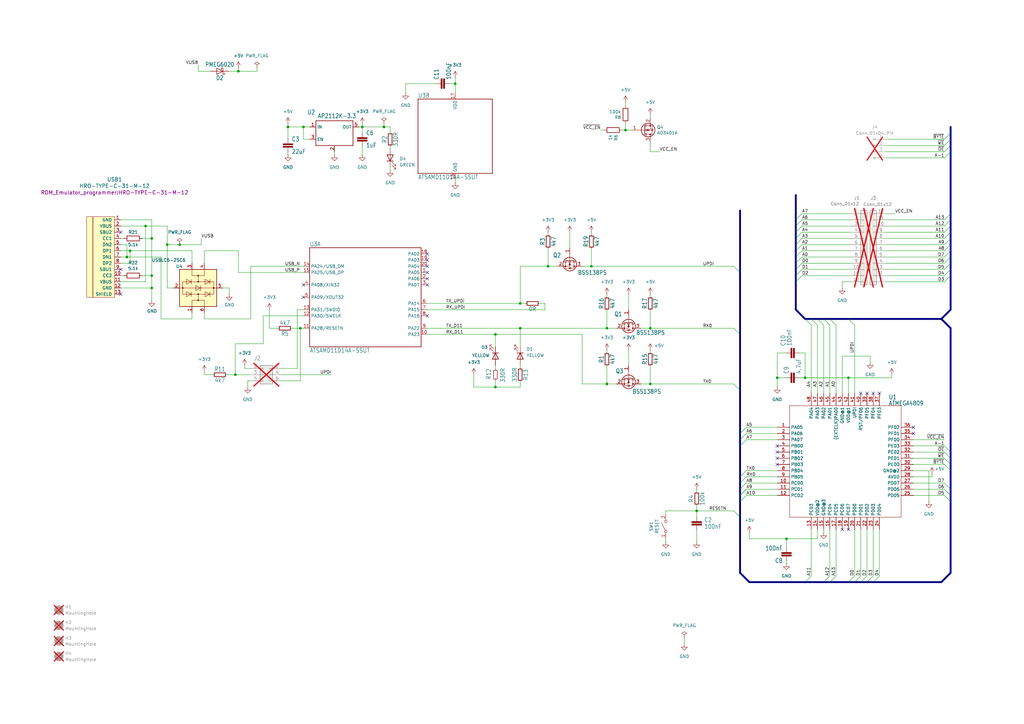
<source format=kicad_sch>
(kicad_sch
	(version 20231120)
	(generator "eeschema")
	(generator_version "8.0")
	(uuid "28fa76d1-9281-4306-81d2-b9e710546d0c")
	(paper "A3")
	(title_block
		(title "ROM Emulator Programmer")
		(date "2024-10-03")
		(rev "0.01")
		(company "Peter & Per")
	)
	
	(junction
		(at 53.34 102.87)
		(diameter 0)
		(color 0 0 0 0)
		(uuid "25fe08f4-9f66-4d53-a6a3-90a9a5f73936")
	)
	(junction
		(at 347.98 154.94)
		(diameter 0)
		(color 0 0 0 0)
		(uuid "29f471a5-1166-4216-b043-a68044debdba")
	)
	(junction
		(at 285.75 209.55)
		(diameter 0)
		(color 0 0 0 0)
		(uuid "2a734be5-512c-4549-8b37-6658fe51780b")
	)
	(junction
		(at 96.52 153.67)
		(diameter 0)
		(color 0 0 0 0)
		(uuid "3646a6b2-e29d-4d3a-8547-0ed8bfe781a9")
	)
	(junction
		(at 266.7 157.48)
		(diameter 0)
		(color 0 0 0 0)
		(uuid "3ba4e73c-d70a-4a41-9dd0-0a2a9871bb2f")
	)
	(junction
		(at 62.23 113.03)
		(diameter 0)
		(color 0 0 0 0)
		(uuid "49566c78-2e93-4a70-87a7-beae877b2725")
	)
	(junction
		(at 73.66 100.33)
		(diameter 0)
		(color 0 0 0 0)
		(uuid "52aa08b5-ad6f-410c-b3b8-45e39b58c6f8")
	)
	(junction
		(at 62.23 97.79)
		(diameter 0)
		(color 0 0 0 0)
		(uuid "53f90da0-9f08-4abf-bee0-42b3eed651d0")
	)
	(junction
		(at 213.36 134.62)
		(diameter 0)
		(color 0 0 0 0)
		(uuid "54934003-054f-415a-908a-2d219a23e302")
	)
	(junction
		(at 318.77 154.94)
		(diameter 0)
		(color 0 0 0 0)
		(uuid "5772eb95-057a-49a6-b3fc-f8593202da99")
	)
	(junction
		(at 68.58 100.33)
		(diameter 0)
		(color 0 0 0 0)
		(uuid "5b204ae1-18cb-48a1-8bfc-83bbb69cd4d6")
	)
	(junction
		(at 118.11 52.07)
		(diameter 0)
		(color 0 0 0 0)
		(uuid "5db75ccb-e4fe-40a2-beea-ae9dafcb1ef0")
	)
	(junction
		(at 330.2 154.94)
		(diameter 0)
		(color 0 0 0 0)
		(uuid "628920db-d769-4d82-a99e-f8adb116e895")
	)
	(junction
		(at 203.2 158.75)
		(diameter 0)
		(color 0 0 0 0)
		(uuid "690bb759-99bc-4c4c-9f6c-2d99266a44ce")
	)
	(junction
		(at 224.79 109.22)
		(diameter 0)
		(color 0 0 0 0)
		(uuid "7190c1d9-0e32-4fdb-a8d7-3c80efa4016a")
	)
	(junction
		(at 186.69 34.29)
		(diameter 0)
		(color 0 0 0 0)
		(uuid "8019e47c-6b97-483b-b1a4-ff7cb61bbaf7")
	)
	(junction
		(at 62.23 118.11)
		(diameter 0)
		(color 0 0 0 0)
		(uuid "83226750-bbd5-4926-bda5-792bd20ce125")
	)
	(junction
		(at 322.58 220.98)
		(diameter 0)
		(color 0 0 0 0)
		(uuid "84f033be-32bb-45a0-9234-97ebb0e46b3b")
	)
	(junction
		(at 386.08 130.81)
		(diameter 0)
		(color 0 0 0 0)
		(uuid "9410afe5-3f02-4941-bdbd-949a040e381b")
	)
	(junction
		(at 59.69 92.71)
		(diameter 0)
		(color 0 0 0 0)
		(uuid "95f4ad0f-cbf7-4f0b-853d-1e746aca63b5")
	)
	(junction
		(at 157.48 52.07)
		(diameter 0)
		(color 0 0 0 0)
		(uuid "9b8807cb-1f7d-4f87-8871-26309c860e68")
	)
	(junction
		(at 123.19 134.62)
		(diameter 0)
		(color 0 0 0 0)
		(uuid "a118a3fb-a689-4827-97f9-d712e2a628d1")
	)
	(junction
		(at 248.92 157.48)
		(diameter 0)
		(color 0 0 0 0)
		(uuid "b4fc6f02-e341-4c02-8017-9971c9ab3f4e")
	)
	(junction
		(at 242.57 109.22)
		(diameter 0)
		(color 0 0 0 0)
		(uuid "c7f162f5-4f28-48e2-b665-37283972dda4")
	)
	(junction
		(at 213.36 124.46)
		(diameter 0)
		(color 0 0 0 0)
		(uuid "ca3e12d0-1042-44e1-9493-bf01ab5caccc")
	)
	(junction
		(at 266.7 134.62)
		(diameter 0)
		(color 0 0 0 0)
		(uuid "d2d8463d-db89-4f29-90fa-cb37ab50933d")
	)
	(junction
		(at 148.59 52.07)
		(diameter 0)
		(color 0 0 0 0)
		(uuid "d3db53cd-b126-4577-9067-15d46ac3dc52")
	)
	(junction
		(at 52.07 105.41)
		(diameter 0)
		(color 0 0 0 0)
		(uuid "de18eed2-d3aa-482d-a7b7-d338c262e634")
	)
	(junction
		(at 248.92 134.62)
		(diameter 0)
		(color 0 0 0 0)
		(uuid "e08b558c-5012-48f8-a0c1-4b153d781b82")
	)
	(junction
		(at 124.46 52.07)
		(diameter 0)
		(color 0 0 0 0)
		(uuid "e4945014-46f4-4640-8266-cbb33aeb1d9e")
	)
	(junction
		(at 97.79 29.21)
		(diameter 0)
		(color 0 0 0 0)
		(uuid "e4e4fe5a-3b98-499f-84a0-64c80cf04e96")
	)
	(junction
		(at 256.54 53.34)
		(diameter 0)
		(color 0 0 0 0)
		(uuid "f21ae05e-3001-43fa-b13c-5e5b5e370dd5")
	)
	(junction
		(at 203.2 137.16)
		(diameter 0)
		(color 0 0 0 0)
		(uuid "f37130a1-e3fb-4028-9d1c-1859e8d3cf28")
	)
	(no_connect
		(at 358.14 161.29)
		(uuid "227c5be5-f782-4bb2-99b2-db227c4d58e3")
	)
	(no_connect
		(at 49.53 110.49)
		(uuid "327264a2-1cde-4c2c-b205-7c14a5dbbf5c")
	)
	(no_connect
		(at 347.98 217.17)
		(uuid "33e031f8-b2bf-43a8-b45b-02363745e06c")
	)
	(no_connect
		(at 175.26 109.22)
		(uuid "35d3d5b7-d230-4dbb-afd6-172f39d7c617")
	)
	(no_connect
		(at 318.77 185.42)
		(uuid "418a2b17-cd9e-441f-8b25-c4d0d51a66be")
	)
	(no_connect
		(at 175.26 114.3)
		(uuid "50b81490-6e28-4565-be44-7c5b5fc1ec10")
	)
	(no_connect
		(at 318.77 182.88)
		(uuid "5b109c58-2026-4629-8bee-35fe74d70d77")
	)
	(no_connect
		(at 360.68 161.29)
		(uuid "5fbbfa6c-c786-43cd-9118-9a1148b6cd4a")
	)
	(no_connect
		(at 374.65 177.8)
		(uuid "600263bf-5de4-42b8-9169-074ce0852260")
	)
	(no_connect
		(at 353.06 161.29)
		(uuid "616c63fd-c221-4407-8dec-d8b04570344e")
	)
	(no_connect
		(at 345.44 217.17)
		(uuid "63e1bfad-2709-4235-ae8b-6e8eab6a3072")
	)
	(no_connect
		(at 124.46 121.92)
		(uuid "6646214b-2299-4ed9-a80c-1e6355a6110e")
	)
	(no_connect
		(at 175.26 116.84)
		(uuid "7166026f-4487-4c2b-b259-15843cb90c30")
	)
	(no_connect
		(at 175.26 129.54)
		(uuid "72a74e4f-4910-4352-b785-9923f8dceacc")
	)
	(no_connect
		(at 49.53 120.65)
		(uuid "8f13f64b-0f5d-4f19-8290-830a7be2430d")
	)
	(no_connect
		(at 175.26 104.14)
		(uuid "a1d2ca49-b015-4a91-8644-e73530e3d6a7")
	)
	(no_connect
		(at 355.6 161.29)
		(uuid "b890e99b-a31e-4f71-9a01-f615eb290f71")
	)
	(no_connect
		(at 124.46 116.84)
		(uuid "c705f1fe-c741-4c10-9d2d-6db33953d8fe")
	)
	(no_connect
		(at 175.26 111.76)
		(uuid "db5e2c77-bb6f-4ace-be6b-c4fbf8070df5")
	)
	(no_connect
		(at 175.26 106.68)
		(uuid "e188c017-dd01-4989-a9b7-eae894a86cad")
	)
	(no_connect
		(at 49.53 95.25)
		(uuid "e958ab6e-b7bc-41aa-8552-74f8a03fb1a1")
	)
	(no_connect
		(at 318.77 190.5)
		(uuid "eb2ca0d2-b774-429b-992e-72880025be2b")
	)
	(no_connect
		(at 374.65 175.26)
		(uuid "ed822e95-8a76-4b35-b8aa-35e79fd4e109")
	)
	(no_connect
		(at 318.77 187.96)
		(uuid "f5c85e36-0f25-44ae-8024-1f423dc8cf27")
	)
	(bus_entry
		(at 328.93 113.03)
		(size -2.54 2.54)
		(stroke
			(width 0)
			(type default)
		)
		(uuid "0aa1af16-689c-411d-94ed-9d2f18765aea")
	)
	(bus_entry
		(at 387.35 59.69)
		(size 2.54 -2.54)
		(stroke
			(width 0)
			(type default)
		)
		(uuid "16a685a5-abe1-429b-a85b-7fb5aeb91a98")
	)
	(bus_entry
		(at 328.93 87.63)
		(size -2.54 2.54)
		(stroke
			(width 0)
			(type default)
		)
		(uuid "16fb4579-8076-4569-a889-c74fb0a44e57")
	)
	(bus_entry
		(at 387.35 102.87)
		(size 2.54 -2.54)
		(stroke
			(width 0)
			(type default)
		)
		(uuid "17afc67b-cb84-41c7-a0d3-859bf042dd44")
	)
	(bus_entry
		(at 360.68 236.22)
		(size -2.54 2.54)
		(stroke
			(width 0)
			(type default)
		)
		(uuid "1910cc65-d552-4ede-8a47-7bb05d228f88")
	)
	(bus_entry
		(at 387.35 92.71)
		(size 2.54 -2.54)
		(stroke
			(width 0)
			(type default)
		)
		(uuid "1be8e402-e8e0-462a-9c1d-8b35ca998292")
	)
	(bus_entry
		(at 387.35 107.95)
		(size 2.54 -2.54)
		(stroke
			(width 0)
			(type default)
		)
		(uuid "20bfcef1-00cc-4234-972e-37a3aca6546c")
	)
	(bus_entry
		(at 342.9 236.22)
		(size -2.54 2.54)
		(stroke
			(width 0)
			(type default)
		)
		(uuid "232552e6-d3ce-4323-9878-9d0a815a4fb0")
	)
	(bus_entry
		(at 387.35 95.25)
		(size 2.54 -2.54)
		(stroke
			(width 0)
			(type default)
		)
		(uuid "2485caa4-edea-47d3-8564-cee6ac5cd45e")
	)
	(bus_entry
		(at 328.93 97.79)
		(size -2.54 2.54)
		(stroke
			(width 0)
			(type default)
		)
		(uuid "25026f63-23a1-4fdd-9ba1-d57454297aad")
	)
	(bus_entry
		(at 306.07 200.66)
		(size -2.54 2.54)
		(stroke
			(width 0)
			(type default)
		)
		(uuid "25935f77-39bc-4b3c-a923-1df4383556b3")
	)
	(bus_entry
		(at 306.07 177.8)
		(size -2.54 2.54)
		(stroke
			(width 0)
			(type default)
		)
		(uuid "25ab4834-eba0-46db-85de-b05220deb2bd")
	)
	(bus_entry
		(at 342.9 133.35)
		(size -2.54 -2.54)
		(stroke
			(width 0)
			(type default)
		)
		(uuid "28dc474f-e6e9-4bfe-aaa4-5cf8802ba712")
	)
	(bus_entry
		(at 387.35 200.66)
		(size 2.54 2.54)
		(stroke
			(width 0)
			(type default)
		)
		(uuid "2c1f6dc9-e875-485a-8268-d7844c713a09")
	)
	(bus_entry
		(at 328.93 100.33)
		(size -2.54 2.54)
		(stroke
			(width 0)
			(type default)
		)
		(uuid "2efdf071-883b-4862-b301-80ffe5be0ca0")
	)
	(bus_entry
		(at 387.35 57.15)
		(size 2.54 -2.54)
		(stroke
			(width 0)
			(type default)
		)
		(uuid "2f3f09fe-9c8f-4565-89a0-4fda67bdfe1e")
	)
	(bus_entry
		(at 387.35 110.49)
		(size 2.54 -2.54)
		(stroke
			(width 0)
			(type default)
		)
		(uuid "306f09d3-c117-4330-9407-5c4d49ce0b53")
	)
	(bus_entry
		(at 337.82 133.35)
		(size -2.54 -2.54)
		(stroke
			(width 0)
			(type default)
		)
		(uuid "33649431-c1c8-43cd-9acd-2c9a7d3321e8")
	)
	(bus_entry
		(at 387.35 97.79)
		(size 2.54 -2.54)
		(stroke
			(width 0)
			(type default)
		)
		(uuid "35824b65-6ec4-46e2-b5c4-eac478b69c2b")
	)
	(bus_entry
		(at 387.35 64.77)
		(size 2.54 -2.54)
		(stroke
			(width 0)
			(type default)
		)
		(uuid "4c7cc51e-3724-449d-adbb-3ea092cbc57e")
	)
	(bus_entry
		(at 355.6 236.22)
		(size -2.54 2.54)
		(stroke
			(width 0)
			(type default)
		)
		(uuid "5015131d-c2ac-424e-a78c-0a05714f6fac")
	)
	(bus_entry
		(at 328.93 90.17)
		(size -2.54 2.54)
		(stroke
			(width 0)
			(type default)
		)
		(uuid "51bbb9fa-f4ea-4874-a7d9-4741da0d4ce4")
	)
	(bus_entry
		(at 328.93 102.87)
		(size -2.54 2.54)
		(stroke
			(width 0)
			(type default)
		)
		(uuid "57919088-5913-4eda-b3f9-047a2b97203c")
	)
	(bus_entry
		(at 358.14 236.22)
		(size -2.54 2.54)
		(stroke
			(width 0)
			(type default)
		)
		(uuid "58c68571-7bb1-4e02-969f-0f375d588f18")
	)
	(bus_entry
		(at 306.07 198.12)
		(size -2.54 2.54)
		(stroke
			(width 0)
			(type default)
		)
		(uuid "5d39ca08-1f9e-4a7f-b076-da956f2d39f8")
	)
	(bus_entry
		(at 300.99 157.48)
		(size 2.54 2.54)
		(stroke
			(width 0)
			(type default)
		)
		(uuid "668eecfb-898e-4f3f-9125-ea0e2700ea44")
	)
	(bus_entry
		(at 306.07 180.34)
		(size -2.54 2.54)
		(stroke
			(width 0)
			(type default)
		)
		(uuid "66fa855d-9aab-4934-a28c-54da3fba9912")
	)
	(bus_entry
		(at 387.35 62.23)
		(size 2.54 -2.54)
		(stroke
			(width 0)
			(type default)
		)
		(uuid "69305812-d088-44f4-85c7-a578cdaed436")
	)
	(bus_entry
		(at 387.35 185.42)
		(size 2.54 2.54)
		(stroke
			(width 0)
			(type default)
		)
		(uuid "71ae20e8-c87e-4827-916b-ba5efd75b6be")
	)
	(bus_entry
		(at 387.35 100.33)
		(size 2.54 -2.54)
		(stroke
			(width 0)
			(type default)
		)
		(uuid "7224c973-9db9-4da6-acd6-6fbf779b56fb")
	)
	(bus_entry
		(at 387.35 182.88)
		(size 2.54 2.54)
		(stroke
			(width 0)
			(type default)
		)
		(uuid "751fcfbd-021b-48c2-8fed-ed24c23b0557")
	)
	(bus_entry
		(at 332.74 236.22)
		(size -2.54 2.54)
		(stroke
			(width 0)
			(type default)
		)
		(uuid "7579ff0e-c314-44ab-a8a0-47817b1c8abb")
	)
	(bus_entry
		(at 306.07 193.04)
		(size -2.54 2.54)
		(stroke
			(width 0)
			(type default)
		)
		(uuid "7c422821-4b95-406d-916e-9666fd8aa869")
	)
	(bus_entry
		(at 300.99 134.62)
		(size 2.54 2.54)
		(stroke
			(width 0)
			(type default)
		)
		(uuid "7c9b0bd5-fae6-4cfe-a80f-1c525793abb9")
	)
	(bus_entry
		(at 387.35 113.03)
		(size 2.54 -2.54)
		(stroke
			(width 0)
			(type default)
		)
		(uuid "7f71c6f6-fc39-480a-870c-642f356424fe")
	)
	(bus_entry
		(at 328.93 92.71)
		(size -2.54 2.54)
		(stroke
			(width 0)
			(type default)
		)
		(uuid "7fb0f4c9-65d2-4a8f-a048-ee7a67f238b2")
	)
	(bus_entry
		(at 300.99 109.22)
		(size 2.54 2.54)
		(stroke
			(width 0)
			(type default)
		)
		(uuid "81cecfa1-cb57-4c42-bca6-3ae4b0631463")
	)
	(bus_entry
		(at 306.07 200.66)
		(size -2.54 2.54)
		(stroke
			(width 0)
			(type default)
		)
		(uuid "842ecb31-5cfe-4144-8683-3c6d1331ff77")
	)
	(bus_entry
		(at 387.35 90.17)
		(size 2.54 -2.54)
		(stroke
			(width 0)
			(type default)
		)
		(uuid "85859c3c-9ec5-4020-b4b2-424ee21c7f31")
	)
	(bus_entry
		(at 328.93 95.25)
		(size -2.54 2.54)
		(stroke
			(width 0)
			(type default)
		)
		(uuid "866292a7-49b7-4edc-a078-0b67d6d4ae4c")
	)
	(bus_entry
		(at 340.36 236.22)
		(size -2.54 2.54)
		(stroke
			(width 0)
			(type default)
		)
		(uuid "8790097f-ce2c-4cee-974d-6aba0753c60f")
	)
	(bus_entry
		(at 387.35 105.41)
		(size 2.54 -2.54)
		(stroke
			(width 0)
			(type default)
		)
		(uuid "92d378de-bc20-41a0-a9b1-dc67fc4b1c50")
	)
	(bus_entry
		(at 306.07 203.2)
		(size -2.54 2.54)
		(stroke
			(width 0)
			(type default)
		)
		(uuid "9e30d67c-3181-421c-aea0-c2f47e295343")
	)
	(bus_entry
		(at 387.35 198.12)
		(size 2.54 2.54)
		(stroke
			(width 0)
			(type default)
		)
		(uuid "a09ab4d8-6519-4e2b-a8eb-bd4d95fb7897")
	)
	(bus_entry
		(at 306.07 195.58)
		(size -2.54 2.54)
		(stroke
			(width 0)
			(type default)
		)
		(uuid "a146ad34-41ff-4206-a19d-0be39c0cd6ab")
	)
	(bus_entry
		(at 387.35 187.96)
		(size 2.54 2.54)
		(stroke
			(width 0)
			(type default)
		)
		(uuid "a3a8ab07-58fb-49b6-8265-0000d373c0f4")
	)
	(bus_entry
		(at 328.93 107.95)
		(size -2.54 2.54)
		(stroke
			(width 0)
			(type default)
		)
		(uuid "ae2c274e-1b19-43dc-ba01-7842f12c853c")
	)
	(bus_entry
		(at 328.93 105.41)
		(size -2.54 2.54)
		(stroke
			(width 0)
			(type default)
		)
		(uuid "aec6c226-2370-48f5-a6b8-7c050a1b034a")
	)
	(bus_entry
		(at 387.35 115.57)
		(size 2.54 -2.54)
		(stroke
			(width 0)
			(type default)
		)
		(uuid "b52cd8fb-a4e1-485e-8296-2595c0d87705")
	)
	(bus_entry
		(at 340.36 133.35)
		(size -2.54 -2.54)
		(stroke
			(width 0)
			(type default)
		)
		(uuid "b71aef7b-0325-4713-b6e1-27f4aba133ac")
	)
	(bus_entry
		(at 328.93 110.49)
		(size -2.54 2.54)
		(stroke
			(width 0)
			(type default)
		)
		(uuid "b943ddf4-d7e8-49fe-a5a8-27433629e951")
	)
	(bus_entry
		(at 300.99 209.55)
		(size 2.54 2.54)
		(stroke
			(width 0)
			(type default)
		)
		(uuid "bd83e3c9-e2a7-47a7-abc0-eefb902aac33")
	)
	(bus_entry
		(at 332.74 133.35)
		(size -2.54 -2.54)
		(stroke
			(width 0)
			(type default)
		)
		(uuid "be8ad4d9-f125-45ee-84c7-8700267dc8d3")
	)
	(bus_entry
		(at 387.35 190.5)
		(size 2.54 2.54)
		(stroke
			(width 0)
			(type default)
		)
		(uuid "c51268ad-6885-4322-8e4d-c67d857e3d23")
	)
	(bus_entry
		(at 353.06 236.22)
		(size -2.54 2.54)
		(stroke
			(width 0)
			(type default)
		)
		(uuid "cf1061d4-aedb-44b3-afee-d2e2aef0f8d9")
	)
	(bus_entry
		(at 306.07 175.26)
		(size -2.54 2.54)
		(stroke
			(width 0)
			(type default)
		)
		(uuid "e3aec4cb-12fc-4eec-864a-0cb00c18c397")
	)
	(bus_entry
		(at 387.35 203.2)
		(size 2.54 2.54)
		(stroke
			(width 0)
			(type default)
		)
		(uuid "e9354dbe-5ab2-445d-afa8-6c25f014f2ea")
	)
	(bus_entry
		(at 335.28 133.35)
		(size -2.54 -2.54)
		(stroke
			(width 0)
			(type default)
		)
		(uuid "eb4e5123-fe35-45e0-a9e4-095e9ee5ea6b")
	)
	(bus_entry
		(at 350.52 236.22)
		(size -2.54 2.54)
		(stroke
			(width 0)
			(type default)
		)
		(uuid "ef562df2-da45-448a-b1c9-9e75f319a6fb")
	)
	(bus_entry
		(at 350.52 133.35)
		(size -2.54 -2.54)
		(stroke
			(width 0)
			(type default)
		)
		(uuid "f94ee951-5821-4e10-8d0b-78426479034e")
	)
	(wire
		(pts
			(xy 223.52 124.46) (xy 223.52 127)
		)
		(stroke
			(width 0.1524)
			(type solid)
		)
		(uuid "0029672f-e864-4cf2-9b85-b31dd929dc7d")
	)
	(bus
		(pts
			(xy 389.89 102.87) (xy 389.89 105.41)
		)
		(stroke
			(width 0.762)
			(type solid)
		)
		(uuid "009e38fb-06d8-4f52-a649-342a66806d07")
	)
	(wire
		(pts
			(xy 347.98 154.94) (xy 365.76 154.94)
		)
		(stroke
			(width 0.1524)
			(type solid)
		)
		(uuid "013a424d-0c63-410d-a030-e123de418a7b")
	)
	(wire
		(pts
			(xy 62.23 97.79) (xy 62.23 113.03)
		)
		(stroke
			(width 0)
			(type default)
		)
		(uuid "015919bb-bf9a-4193-8487-a1d36051865d")
	)
	(wire
		(pts
			(xy 256.54 53.34) (xy 259.08 53.34)
		)
		(stroke
			(width 0)
			(type default)
		)
		(uuid "0381a88b-5251-4399-bd12-fa44317dd30d")
	)
	(wire
		(pts
			(xy 374.65 193.04) (xy 381 193.04)
		)
		(stroke
			(width 0)
			(type default)
		)
		(uuid "042e4ed2-7259-4e1d-bf91-590c01946f4d")
	)
	(bus
		(pts
			(xy 326.39 92.71) (xy 326.39 90.17)
		)
		(stroke
			(width 0.762)
			(type solid)
		)
		(uuid "0509aad3-98e1-46b0-b088-0edb29aa5c30")
	)
	(bus
		(pts
			(xy 389.89 110.49) (xy 389.89 113.03)
		)
		(stroke
			(width 0.762)
			(type solid)
		)
		(uuid "0752531a-d6a4-4814-85e2-02e48ec0dbe8")
	)
	(wire
		(pts
			(xy 83.82 102.87) (xy 97.79 102.87)
		)
		(stroke
			(width 0)
			(type default)
		)
		(uuid "07d975d4-aae4-4d64-8a2c-e9a99b833255")
	)
	(wire
		(pts
			(xy 349.25 105.41) (xy 328.93 105.41)
		)
		(stroke
			(width 0)
			(type default)
		)
		(uuid "08393765-15ca-4832-89b7-61d85d407e61")
	)
	(wire
		(pts
			(xy 285.75 209.55) (xy 285.75 212.09)
		)
		(stroke
			(width 0.1524)
			(type solid)
		)
		(uuid "09a2fcd5-31bc-439a-bec7-893d00ec7144")
	)
	(wire
		(pts
			(xy 238.76 109.22) (xy 242.57 109.22)
		)
		(stroke
			(width 0.1524)
			(type solid)
		)
		(uuid "09b96df1-f1d8-402f-9c78-8dc9c0aa6ae7")
	)
	(wire
		(pts
			(xy 318.77 158.75) (xy 318.77 154.94)
		)
		(stroke
			(width 0)
			(type default)
		)
		(uuid "09c3e1ac-4617-482c-9e3c-dd2907fcde2d")
	)
	(wire
		(pts
			(xy 147.32 52.07) (xy 148.59 52.07)
		)
		(stroke
			(width 0.1524)
			(type solid)
		)
		(uuid "09ca1d16-aeab-4480-b710-8f30bfc75e0e")
	)
	(wire
		(pts
			(xy 124.46 127) (xy 121.92 127)
		)
		(stroke
			(width 0.1524)
			(type solid)
		)
		(uuid "09e6f831-37e8-455a-8c0d-7f6edac4786d")
	)
	(wire
		(pts
			(xy 66.04 105.41) (xy 66.04 130.81)
		)
		(stroke
			(width 0)
			(type default)
		)
		(uuid "0a049206-63c3-45b7-81ea-36e71c351f4c")
	)
	(wire
		(pts
			(xy 101.6 158.75) (xy 101.6 156.21)
		)
		(stroke
			(width 0)
			(type default)
		)
		(uuid "0adc7616-2425-4a62-a053-2e40820cd981")
	)
	(wire
		(pts
			(xy 91.44 118.11) (xy 93.98 118.11)
		)
		(stroke
			(width 0)
			(type default)
		)
		(uuid "0b52a2b9-964f-48a9-8b9e-477085330ef3")
	)
	(wire
		(pts
			(xy 213.36 142.24) (xy 213.36 134.62)
		)
		(stroke
			(width 0.1524)
			(type solid)
		)
		(uuid "0dd763da-7cdd-419f-90af-3a458ce0a481")
	)
	(wire
		(pts
			(xy 363.22 87.63) (xy 367.03 87.63)
		)
		(stroke
			(width 0)
			(type default)
		)
		(uuid "0e2acd85-a123-41b7-93c4-ab43a356d450")
	)
	(wire
		(pts
			(xy 118.11 62.23) (xy 118.11 63.5)
		)
		(stroke
			(width 0)
			(type default)
		)
		(uuid "0e4bb3c0-49f2-43ef-a951-3f67164b3b08")
	)
	(wire
		(pts
			(xy 349.25 100.33) (xy 328.93 100.33)
		)
		(stroke
			(width 0)
			(type default)
		)
		(uuid "0ebfff8f-895d-414b-8952-e54f5e5af4a5")
	)
	(wire
		(pts
			(xy 110.49 127) (xy 110.49 134.62)
		)
		(stroke
			(width 0)
			(type default)
		)
		(uuid "0fc50b1d-4f2e-4a1d-a50c-aa353f33c133")
	)
	(wire
		(pts
			(xy 327.66 154.94) (xy 330.2 154.94)
		)
		(stroke
			(width 0.1524)
			(type solid)
		)
		(uuid "11212c01-7978-4656-a750-69f7b1e63e9f")
	)
	(bus
		(pts
			(xy 389.89 113.03) (xy 389.89 127)
		)
		(stroke
			(width 0.762)
			(type solid)
		)
		(uuid "1177ab42-a473-4fd1-9ba0-7f73b4985297")
	)
	(wire
		(pts
			(xy 349.25 90.17) (xy 328.93 90.17)
		)
		(stroke
			(width 0)
			(type default)
		)
		(uuid "12c7cffc-e85d-4800-9f6d-b94edff32052")
	)
	(bus
		(pts
			(xy 350.52 238.76) (xy 353.06 238.76)
		)
		(stroke
			(width 0.762)
			(type solid)
		)
		(uuid "16235157-2cf7-4cf5-b472-e5bef53e0c1b")
	)
	(wire
		(pts
			(xy 213.36 109.22) (xy 224.79 109.22)
		)
		(stroke
			(width 0.1524)
			(type solid)
		)
		(uuid "16986530-80d7-48cb-91d0-4d078eb5b791")
	)
	(bus
		(pts
			(xy 353.06 238.76) (xy 355.6 238.76)
		)
		(stroke
			(width 0.762)
			(type solid)
		)
		(uuid "1744e8ae-2f53-4a25-b5a2-90744d83b232")
	)
	(bus
		(pts
			(xy 389.89 97.79) (xy 389.89 100.33)
		)
		(stroke
			(width 0.762)
			(type solid)
		)
		(uuid "1756d4fc-8430-4535-8587-3ddbfc109c60")
	)
	(wire
		(pts
			(xy 228.6 109.22) (xy 224.79 109.22)
		)
		(stroke
			(width 0.1524)
			(type solid)
		)
		(uuid "187cb4fc-7dbd-4cd1-bba4-a32961953a1d")
	)
	(bus
		(pts
			(xy 326.39 105.41) (xy 326.39 102.87)
		)
		(stroke
			(width 0.762)
			(type solid)
		)
		(uuid "18ad8ee6-dda0-42f9-9290-c2e84f19e80d")
	)
	(wire
		(pts
			(xy 186.69 31.75) (xy 186.69 34.29)
		)
		(stroke
			(width 0.1524)
			(type solid)
		)
		(uuid "1bcb1eed-f037-414e-8cc8-8265f2fc83c6")
	)
	(wire
		(pts
			(xy 318.77 195.58) (xy 306.07 195.58)
		)
		(stroke
			(width 0.1524)
			(type solid)
		)
		(uuid "1eab1aa2-e84d-4cc1-b606-b47612e8b88b")
	)
	(wire
		(pts
			(xy 318.77 154.94) (xy 322.58 154.94)
		)
		(stroke
			(width 0)
			(type default)
		)
		(uuid "1eb334ba-07be-46cf-91b9-6057a111fdcb")
	)
	(wire
		(pts
			(xy 62.23 113.03) (xy 62.23 118.11)
		)
		(stroke
			(width 0)
			(type default)
		)
		(uuid "1ec0a4bb-c245-46b2-b58d-26cdaf073780")
	)
	(wire
		(pts
			(xy 349.25 92.71) (xy 328.93 92.71)
		)
		(stroke
			(width 0)
			(type default)
		)
		(uuid "2018ab69-1b58-4b1c-be6d-630c9493131b")
	)
	(wire
		(pts
			(xy 194.31 158.75) (xy 203.2 158.75)
		)
		(stroke
			(width 0)
			(type default)
		)
		(uuid "20b7ee20-30c5-46c9-a107-3283254549af")
	)
	(wire
		(pts
			(xy 340.36 161.29) (xy 340.36 133.35)
		)
		(stroke
			(width 0.1524)
			(type solid)
		)
		(uuid "20fb9ccb-4ef5-469b-88ab-fd2d1ed94c7e")
	)
	(wire
		(pts
			(xy 273.05 220.98) (xy 273.05 222.25)
		)
		(stroke
			(width 0)
			(type default)
		)
		(uuid "214a7ee8-8efd-4ad8-a40a-91e79ad8be86")
	)
	(wire
		(pts
			(xy 363.22 92.71) (xy 387.35 92.71)
		)
		(stroke
			(width 0)
			(type default)
		)
		(uuid "21d72ae5-41c2-4531-8ed7-777e28225e5c")
	)
	(wire
		(pts
			(xy 266.7 134.62) (xy 300.99 134.62)
		)
		(stroke
			(width 0.1524)
			(type solid)
		)
		(uuid "21fd52e5-5515-461c-84f7-3112a5a1f945")
	)
	(wire
		(pts
			(xy 53.34 102.87) (xy 78.74 102.87)
		)
		(stroke
			(width 0)
			(type default)
		)
		(uuid "22be691a-d2f7-4b76-82b7-b3454c5f6574")
	)
	(wire
		(pts
			(xy 62.23 118.11) (xy 62.23 123.19)
		)
		(stroke
			(width 0)
			(type default)
		)
		(uuid "2300fff3-6ac5-49f7-85d8-0262eb9d8349")
	)
	(wire
		(pts
			(xy 203.2 142.24) (xy 203.2 137.16)
		)
		(stroke
			(width 0.1524)
			(type solid)
		)
		(uuid "231165a3-4e2f-4693-8bf1-8dff36d0f418")
	)
	(bus
		(pts
			(xy 303.53 200.66) (xy 303.53 198.12)
		)
		(stroke
			(width 0.762)
			(type solid)
		)
		(uuid "2378be87-b70d-48b9-9032-240b9e5821df")
	)
	(wire
		(pts
			(xy 285.75 209.55) (xy 273.05 209.55)
		)
		(stroke
			(width 0.1524)
			(type solid)
		)
		(uuid "23ae37f7-0064-4193-ab8e-d6a22a1e843d")
	)
	(bus
		(pts
			(xy 326.39 107.95) (xy 326.39 105.41)
		)
		(stroke
			(width 0.762)
			(type solid)
		)
		(uuid "23b08d59-f152-479e-8bfd-78fe22932cfc")
	)
	(wire
		(pts
			(xy 248.92 127) (xy 248.92 134.62)
		)
		(stroke
			(width 0.1524)
			(type solid)
		)
		(uuid "23c7bfe4-eaa0-4bfb-9f62-3e2c701899e5")
	)
	(wire
		(pts
			(xy 148.59 52.07) (xy 148.59 50.8)
		)
		(stroke
			(width 0.1524)
			(type solid)
		)
		(uuid "244e53d4-5e2c-4aaa-a796-d3fea53c68b3")
	)
	(bus
		(pts
			(xy 389.89 62.23) (xy 389.89 87.63)
		)
		(stroke
			(width 0.762)
			(type solid)
		)
		(uuid "24dd2c5d-86f0-4ec5-b6e4-6ee4c7cab5bd")
	)
	(bus
		(pts
			(xy 307.34 238.76) (xy 303.53 234.95)
		)
		(stroke
			(width 0.762)
			(type solid)
		)
		(uuid "24f9edcc-32d4-4da1-92c1-6a803eab182c")
	)
	(wire
		(pts
			(xy 105.41 29.21) (xy 105.41 27.94)
		)
		(stroke
			(width 0)
			(type default)
		)
		(uuid "25e47d13-f83c-4b36-918e-de41ac914996")
	)
	(bus
		(pts
			(xy 303.53 203.2) (xy 303.53 205.74)
		)
		(stroke
			(width 0.762)
			(type solid)
		)
		(uuid "27755419-bda5-4635-9da3-d7b708346a7f")
	)
	(wire
		(pts
			(xy 266.7 143.51) (xy 266.7 144.78)
		)
		(stroke
			(width 0)
			(type default)
		)
		(uuid "2adaaf9d-6341-4463-b2c2-fd4670cc39cd")
	)
	(bus
		(pts
			(xy 326.39 80.01) (xy 326.39 90.17)
		)
		(stroke
			(width 0.762)
			(type solid)
		)
		(uuid "2ba86e6b-d314-4e63-a775-66d93ff94e5a")
	)
	(bus
		(pts
			(xy 303.53 160.02) (xy 303.53 137.16)
		)
		(stroke
			(width 0.762)
			(type solid)
		)
		(uuid "2c66870b-d0b8-4b83-9a66-233c4359d44b")
	)
	(wire
		(pts
			(xy 318.77 144.78) (xy 322.58 144.78)
		)
		(stroke
			(width 0)
			(type default)
		)
		(uuid "2cfda724-8e8a-41e3-80f9-005fa80ad197")
	)
	(wire
		(pts
			(xy 248.92 149.86) (xy 248.92 157.48)
		)
		(stroke
			(width 0.1524)
			(type solid)
		)
		(uuid "2d135478-c8e9-4c22-93a5-86ce57f71e7c")
	)
	(wire
		(pts
			(xy 49.53 92.71) (xy 59.69 92.71)
		)
		(stroke
			(width 0)
			(type default)
		)
		(uuid "2de501c6-8a0d-43ab-a625-7e56e9567fee")
	)
	(wire
		(pts
			(xy 83.82 152.4) (xy 83.82 153.67)
		)
		(stroke
			(width 0)
			(type default)
		)
		(uuid "2e34afb3-4c26-4286-8be4-f25298754c32")
	)
	(bus
		(pts
			(xy 358.14 238.76) (xy 386.08 238.76)
		)
		(stroke
			(width 0.762)
			(type solid)
		)
		(uuid "2e71ef3f-af3f-44df-8112-312e0ae37782")
	)
	(wire
		(pts
			(xy 363.22 115.57) (xy 387.35 115.57)
		)
		(stroke
			(width 0)
			(type default)
		)
		(uuid "2f04fef7-6359-4dee-97c3-872a2308cf02")
	)
	(bus
		(pts
			(xy 332.74 130.81) (xy 330.2 130.81)
		)
		(stroke
			(width 0.762)
			(type solid)
		)
		(uuid "2fd66dbb-d7f1-42f5-8a28-156223f96917")
	)
	(bus
		(pts
			(xy 389.89 234.95) (xy 389.89 205.74)
		)
		(stroke
			(width 0.762)
			(type solid)
		)
		(uuid "30b3fd97-8875-468e-8bbd-29b1e6ea0f41")
	)
	(wire
		(pts
			(xy 356.87 148.59) (xy 356.87 146.05)
		)
		(stroke
			(width 0)
			(type default)
		)
		(uuid "31868d51-0a97-4c33-95c5-57011daea4f7")
	)
	(wire
		(pts
			(xy 58.42 97.79) (xy 62.23 97.79)
		)
		(stroke
			(width 0)
			(type default)
		)
		(uuid "34913f22-09d2-4c06-8649-234e8665a34d")
	)
	(bus
		(pts
			(xy 389.89 200.66) (xy 389.89 193.04)
		)
		(stroke
			(width 0.762)
			(type solid)
		)
		(uuid "35137d75-cbac-4a59-9a03-826fe702466c")
	)
	(wire
		(pts
			(xy 213.36 149.86) (xy 213.36 151.13)
		)
		(stroke
			(width 0)
			(type default)
		)
		(uuid "35378b14-3990-4e5e-91e7-cf2e4b7c4e2c")
	)
	(wire
		(pts
			(xy 328.93 107.95) (xy 349.25 107.95)
		)
		(stroke
			(width 0)
			(type default)
		)
		(uuid "35ab9d8f-d203-46b2-bd98-94bb4d97c0ea")
	)
	(wire
		(pts
			(xy 255.27 53.34) (xy 256.54 53.34)
		)
		(stroke
			(width 0)
			(type default)
		)
		(uuid "3766d906-4b6b-4091-b532-dc0a3179d153")
	)
	(wire
		(pts
			(xy 381 193.04) (xy 381 205.74)
		)
		(stroke
			(width 0)
			(type default)
		)
		(uuid "3a2078cc-5cd1-4839-9088-ea1d7e726567")
	)
	(wire
		(pts
			(xy 118.11 52.07) (xy 118.11 57.15)
		)
		(stroke
			(width 0.1524)
			(type solid)
		)
		(uuid "3ad637be-ab5c-41ee-8c61-b2bad995a4a0")
	)
	(wire
		(pts
			(xy 68.58 118.11) (xy 71.12 118.11)
		)
		(stroke
			(width 0)
			(type default)
		)
		(uuid "3bbb893f-6ca9-4510-bbe3-d28752a6395d")
	)
	(wire
		(pts
			(xy 374.65 190.5) (xy 387.35 190.5)
		)
		(stroke
			(width 0.1524)
			(type solid)
		)
		(uuid "3c3163a8-fc90-476d-8cf5-87ef721a3cf0")
	)
	(wire
		(pts
			(xy 175.26 124.46) (xy 213.36 124.46)
		)
		(stroke
			(width 0.1524)
			(type solid)
		)
		(uuid "3ca1f031-bbc6-4848-87ca-3412e3afc2e9")
	)
	(wire
		(pts
			(xy 83.82 102.87) (xy 83.82 107.95)
		)
		(stroke
			(width 0)
			(type default)
		)
		(uuid "3cda15b6-1f5a-42e5-af9b-6cacb27a245a")
	)
	(wire
		(pts
			(xy 318.77 203.2) (xy 306.07 203.2)
		)
		(stroke
			(width 0.1524)
			(type solid)
		)
		(uuid "3dbe62f7-dc53-4a23-99be-34f981a57410")
	)
	(wire
		(pts
			(xy 335.28 161.29) (xy 335.28 133.35)
		)
		(stroke
			(width 0.1524)
			(type solid)
		)
		(uuid "3e5c746d-ae0b-4327-91f2-63f01bcda125")
	)
	(wire
		(pts
			(xy 62.23 90.17) (xy 62.23 97.79)
		)
		(stroke
			(width 0)
			(type default)
		)
		(uuid "3f0df521-bc5a-4081-878d-c025f03eae8c")
	)
	(wire
		(pts
			(xy 213.36 158.75) (xy 213.36 156.21)
		)
		(stroke
			(width 0.1524)
			(type solid)
		)
		(uuid "3f17a8c3-f69b-4ea0-814c-0b027286e1ce")
	)
	(wire
		(pts
			(xy 257.81 143.51) (xy 257.81 149.86)
		)
		(stroke
			(width 0)
			(type default)
		)
		(uuid "3f20a456-9c9b-46ce-8c5a-a86c0f8e7e34")
	)
	(wire
		(pts
			(xy 101.6 156.21) (xy 102.87 156.21)
		)
		(stroke
			(width 0)
			(type default)
		)
		(uuid "403c830c-6487-4565-b541-f45d952980f9")
	)
	(bus
		(pts
			(xy 389.89 100.33) (xy 389.89 102.87)
		)
		(stroke
			(width 0.762)
			(type solid)
		)
		(uuid "42247e34-6ad4-4062-bbed-fdd54086d6ab")
	)
	(wire
		(pts
			(xy 194.31 153.67) (xy 194.31 158.75)
		)
		(stroke
			(width 0)
			(type default)
		)
		(uuid "430ca375-911b-4a68-9dc8-917ca67cd21a")
	)
	(wire
		(pts
			(xy 49.53 107.95) (xy 53.34 107.95)
		)
		(stroke
			(width 0)
			(type default)
		)
		(uuid "44ad6771-8d72-4b7c-803a-c7dace71088c")
	)
	(bus
		(pts
			(xy 389.89 107.95) (xy 389.89 110.49)
		)
		(stroke
			(width 0.762)
			(type solid)
		)
		(uuid "45fd6200-c9e2-49c0-a7a1-3cdca12f2739")
	)
	(bus
		(pts
			(xy 347.98 130.81) (xy 386.08 130.81)
		)
		(stroke
			(width 0.762)
			(type solid)
		)
		(uuid "464bd627-43c9-442c-a223-b74092088466")
	)
	(wire
		(pts
			(xy 53.34 102.87) (xy 53.34 107.95)
		)
		(stroke
			(width 0)
			(type default)
		)
		(uuid "48067404-e5ff-46dc-9842-fdc3924513f8")
	)
	(wire
		(pts
			(xy 242.57 109.22) (xy 242.57 101.6)
		)
		(stroke
			(width 0.1524)
			(type solid)
		)
		(uuid "48f91848-daf6-419f-8845-4a80a3e6bfc4")
	)
	(wire
		(pts
			(xy 342.9 217.17) (xy 342.9 236.22)
		)
		(stroke
			(width 0.1524)
			(type solid)
		)
		(uuid "4a2c3157-883d-4a67-b226-16efee8e353e")
	)
	(bus
		(pts
			(xy 326.39 115.57) (xy 326.39 127)
		)
		(stroke
			(width 0.762)
			(type solid)
		)
		(uuid "4b3510aa-ade1-49d9-861c-0a7c0789553c")
	)
	(wire
		(pts
			(xy 374.65 187.96) (xy 387.35 187.96)
		)
		(stroke
			(width 0.1524)
			(type solid)
		)
		(uuid "4b4afb1f-970c-47de-a1a9-4474a9510e6f")
	)
	(wire
		(pts
			(xy 374.65 182.88) (xy 387.35 182.88)
		)
		(stroke
			(width 0.1524)
			(type solid)
		)
		(uuid "4c293bc8-6f15-4b3f-909a-7fb292637574")
	)
	(wire
		(pts
			(xy 363.22 102.87) (xy 387.35 102.87)
		)
		(stroke
			(width 0)
			(type default)
		)
		(uuid "4d267e40-3400-4eb2-9921-08f198317340")
	)
	(bus
		(pts
			(xy 389.89 59.69) (xy 389.89 62.23)
		)
		(stroke
			(width 0.762)
			(type solid)
		)
		(uuid "4d762587-4fc1-4bde-9a1e-66a9d7ad4cec")
	)
	(wire
		(pts
			(xy 266.7 127) (xy 266.7 134.62)
		)
		(stroke
			(width 0.1524)
			(type solid)
		)
		(uuid "4dcc5168-3c5d-49be-ab5b-2a6ab808b5e7")
	)
	(wire
		(pts
			(xy 363.22 90.17) (xy 387.35 90.17)
		)
		(stroke
			(width 0)
			(type default)
		)
		(uuid "4e6b6134-c8cd-41bd-ba11-37a526147be7")
	)
	(wire
		(pts
			(xy 224.79 101.6) (xy 224.79 109.22)
		)
		(stroke
			(width 0.1524)
			(type solid)
		)
		(uuid "4e7944e8-c8a1-47f0-8404-8c10425d4371")
	)
	(bus
		(pts
			(xy 326.39 100.33) (xy 326.39 97.79)
		)
		(stroke
			(width 0.762)
			(type solid)
		)
		(uuid "4f228194-5a2b-48ff-9b59-507ef2651be2")
	)
	(wire
		(pts
			(xy 332.74 217.17) (xy 332.74 236.22)
		)
		(stroke
			(width 0.1524)
			(type solid)
		)
		(uuid "4fbfd55d-3b5e-49b9-a992-26dccdb9952e")
	)
	(wire
		(pts
			(xy 83.82 130.81) (xy 102.87 130.81)
		)
		(stroke
			(width 0)
			(type default)
		)
		(uuid "5123f260-b615-4895-84c3-78f716d562e3")
	)
	(wire
		(pts
			(xy 349.25 95.25) (xy 328.93 95.25)
		)
		(stroke
			(width 0)
			(type default)
		)
		(uuid "51b46f20-4ddb-46ae-8a2e-07e95f68aeff")
	)
	(wire
		(pts
			(xy 328.93 110.49) (xy 349.25 110.49)
		)
		(stroke
			(width 0)
			(type default)
		)
		(uuid "51e01e5f-466f-4da0-a4b5-5e6a5e5fc490")
	)
	(wire
		(pts
			(xy 363.22 59.69) (xy 387.35 59.69)
		)
		(stroke
			(width 0)
			(type default)
		)
		(uuid "52838618-db94-4b7d-b295-fff73a5bc0d1")
	)
	(bus
		(pts
			(xy 389.89 205.74) (xy 389.89 203.2)
		)
		(stroke
			(width 0.762)
			(type solid)
		)
		(uuid "528c3144-fc25-42ca-8e9c-ceda5b5d2983")
	)
	(bus
		(pts
			(xy 303.53 180.34) (xy 303.53 182.88)
		)
		(stroke
			(width 0.762)
			(type solid)
		)
		(uuid "540f3672-0a18-4484-9395-4f189f6faae9")
	)
	(wire
		(pts
			(xy 115.57 156.21) (xy 123.19 156.21)
		)
		(stroke
			(width 0.1524)
			(type solid)
		)
		(uuid "543ecb71-e0cd-49d0-a3ef-6f75daf9c14c")
	)
	(wire
		(pts
			(xy 213.36 124.46) (xy 213.36 109.22)
		)
		(stroke
			(width 0.1524)
			(type solid)
		)
		(uuid "54d18747-c85c-4f52-b2c6-188f63461d17")
	)
	(wire
		(pts
			(xy 102.87 109.22) (xy 124.46 109.22)
		)
		(stroke
			(width 0.1524)
			(type solid)
		)
		(uuid "55e36e61-779a-4ff0-a163-280e1c6bd7e4")
	)
	(wire
		(pts
			(xy 49.53 100.33) (xy 52.07 100.33)
		)
		(stroke
			(width 0)
			(type default)
		)
		(uuid "56f344a8-80de-4007-8ee4-c33d4635c21b")
	)
	(bus
		(pts
			(xy 389.89 57.15) (xy 389.89 59.69)
		)
		(stroke
			(width 0.762)
			(type solid)
		)
		(uuid "57260ec8-b263-44c1-95a3-744f625fc06f")
	)
	(wire
		(pts
			(xy 107.95 140.97) (xy 107.95 129.54)
		)
		(stroke
			(width 0.1524)
			(type solid)
		)
		(uuid "59364a52-18c9-4df6-a3f0-23751204ae49")
	)
	(wire
		(pts
			(xy 340.36 217.17) (xy 340.36 236.22)
		)
		(stroke
			(width 0.1524)
			(type solid)
		)
		(uuid "5ac1cfb5-a2bd-48ef-9ae1-b0d6effde809")
	)
	(bus
		(pts
			(xy 326.39 113.03) (xy 326.39 110.49)
		)
		(stroke
			(width 0.762)
			(type solid)
		)
		(uuid "5b188661-b4fe-496b-ada1-893c199eff15")
	)
	(wire
		(pts
			(xy 322.58 220.98) (xy 335.28 220.98)
		)
		(stroke
			(width 0.1524)
			(type solid)
		)
		(uuid "5b5a79ff-c900-4361-bcd0-bf23c8938080")
	)
	(bus
		(pts
			(xy 389.89 87.63) (xy 389.89 90.17)
		)
		(stroke
			(width 0.762)
			(type solid)
		)
		(uuid "5be45dd0-da76-41f6-8c79-c2505a723a8f")
	)
	(wire
		(pts
			(xy 363.22 113.03) (xy 387.35 113.03)
		)
		(stroke
			(width 0)
			(type default)
		)
		(uuid "5c3024cb-eb1e-41d1-bf46-a830ef54c7f8")
	)
	(bus
		(pts
			(xy 340.36 130.81) (xy 337.82 130.81)
		)
		(stroke
			(width 0.762)
			(type solid)
		)
		(uuid "5cba037b-33ca-4908-932d-53bce53f791b")
	)
	(wire
		(pts
			(xy 349.25 87.63) (xy 328.93 87.63)
		)
		(stroke
			(width 0)
			(type default)
		)
		(uuid "5d59aab2-68ff-4e15-9519-503b3e1219b9")
	)
	(wire
		(pts
			(xy 318.77 180.34) (xy 306.07 180.34)
		)
		(stroke
			(width 0.1524)
			(type solid)
		)
		(uuid "5df90d54-219e-46b7-a5d7-867888e776e0")
	)
	(wire
		(pts
			(xy 318.77 144.78) (xy 318.77 154.94)
		)
		(stroke
			(width 0)
			(type default)
		)
		(uuid "5e55bd39-69e2-4fa7-a9e7-333519182a98")
	)
	(bus
		(pts
			(xy 303.53 203.2) (xy 303.53 200.66)
		)
		(stroke
			(width 0.762)
			(type solid)
		)
		(uuid "5e9e7b8c-131c-49a7-a946-29dc6102c83b")
	)
	(bus
		(pts
			(xy 386.08 238.76) (xy 389.89 234.95)
		)
		(stroke
			(width 0.762)
			(type solid)
		)
		(uuid "5ebb0baf-ab2d-4b2e-a2cd-37b7b746016f")
	)
	(wire
		(pts
			(xy 175.26 137.16) (xy 203.2 137.16)
		)
		(stroke
			(width 0.1524)
			(type solid)
		)
		(uuid "60b450e9-f7b8-4160-9ccc-e2afceed4ee2")
	)
	(wire
		(pts
			(xy 337.82 161.29) (xy 337.82 133.35)
		)
		(stroke
			(width 0.1524)
			(type solid)
		)
		(uuid "60eb3ac3-ee0e-4bfb-b68a-5c080af6e9df")
	)
	(wire
		(pts
			(xy 285.75 209.55) (xy 300.99 209.55)
		)
		(stroke
			(width 0.1524)
			(type solid)
		)
		(uuid "627b965c-0466-4095-ba90-cbbfe722c50b")
	)
	(wire
		(pts
			(xy 52.07 100.33) (xy 52.07 105.41)
		)
		(stroke
			(width 0)
			(type default)
		)
		(uuid "64bb6723-a406-4556-bd7f-fa97ffd78ac7")
	)
	(wire
		(pts
			(xy 332.74 133.35) (xy 332.74 161.29)
		)
		(stroke
			(width 0.1524)
			(type solid)
		)
		(uuid "65a0a3d8-6ac9-403d-bde5-77ef36a7b587")
	)
	(wire
		(pts
			(xy 363.22 64.77) (xy 387.35 64.77)
		)
		(stroke
			(width 0)
			(type default)
		)
		(uuid "65c6442c-811b-4e41-ba35-06d3111633b9")
	)
	(wire
		(pts
			(xy 266.7 58.42) (xy 266.7 62.23)
		)
		(stroke
			(width 0)
			(type default)
		)
		(uuid "667a9631-d64c-4dd1-9e90-e0ca699bb6a9")
	)
	(bus
		(pts
			(xy 389.89 134.62) (xy 386.08 130.81)
		)
		(stroke
			(width 0.762)
			(type solid)
		)
		(uuid "677faa6b-7058-4778-81fe-79f9d179fa7e")
	)
	(wire
		(pts
			(xy 285.75 222.25) (xy 285.75 217.17)
		)
		(stroke
			(width 0.1524)
			(type solid)
		)
		(uuid "679e6ae0-378f-4013-881e-fca6bb7b87c7")
	)
	(wire
		(pts
			(xy 262.89 134.62) (xy 266.7 134.62)
		)
		(stroke
			(width 0.1524)
			(type solid)
		)
		(uuid "6840732f-275d-4058-9b0b-5863f94d6d06")
	)
	(bus
		(pts
			(xy 337.82 130.81) (xy 335.28 130.81)
		)
		(stroke
			(width 0.762)
			(type solid)
		)
		(uuid "684ff96d-b28e-4dea-87b6-35b1857e7df0")
	)
	(wire
		(pts
			(xy 186.69 73.66) (xy 186.69 74.93)
		)
		(stroke
			(width 0)
			(type default)
		)
		(uuid "68a97fbd-92a5-4e5f-a448-2ae6a82cb692")
	)
	(wire
		(pts
			(xy 148.59 54.61) (xy 148.59 52.07)
		)
		(stroke
			(width 0.1524)
			(type solid)
		)
		(uuid "691983db-0412-48fd-a515-b17400674523")
	)
	(bus
		(pts
			(xy 389.89 203.2) (xy 389.89 200.66)
		)
		(stroke
			(width 0.762)
			(type solid)
		)
		(uuid "693c18fc-82a5-47d9-8412-c16ea3d2fc7b")
	)
	(wire
		(pts
			(xy 97.79 102.87) (xy 97.79 111.76)
		)
		(stroke
			(width 0)
			(type default)
		)
		(uuid "697e7b2c-02e8-46a2-a22f-73599fe579fd")
	)
	(bus
		(pts
			(xy 389.89 134.62) (xy 389.89 185.42)
		)
		(stroke
			(width 0.762)
			(type solid)
		)
		(uuid "6b25377b-ada2-4c15-a9fe-86b183c1db1a")
	)
	(wire
		(pts
			(xy 322.58 229.87) (xy 322.58 231.14)
		)
		(stroke
			(width 0)
			(type default)
		)
		(uuid "6da505f4-333e-4999-85c5-2d368b912f98")
	)
	(wire
		(pts
			(xy 124.46 52.07) (xy 127 52.07)
		)
		(stroke
			(width 0.1524)
			(type solid)
		)
		(uuid "6eb15f9b-6332-441b-a4e3-bb708ada0b4c")
	)
	(wire
		(pts
			(xy 118.11 50.8) (xy 118.11 52.07)
		)
		(stroke
			(width 0.1524)
			(type solid)
		)
		(uuid "6f5999f9-2696-4348-9334-4a39812af0ad")
	)
	(bus
		(pts
			(xy 355.6 238.76) (xy 358.14 238.76)
		)
		(stroke
			(width 0.762)
			(type solid)
		)
		(uuid "6fbff3f1-84b3-49b4-ac3c-2a6488145dfd")
	)
	(wire
		(pts
			(xy 266.7 120.65) (xy 266.7 121.92)
		)
		(stroke
			(width 0)
			(type default)
		)
		(uuid "6ff4bcf5-37b4-4eb8-a8d8-65680020e85c")
	)
	(wire
		(pts
			(xy 93.98 29.21) (xy 97.79 29.21)
		)
		(stroke
			(width 0)
			(type default)
		)
		(uuid "70bd1022-01e2-45fb-bbbb-9131be95a71c")
	)
	(wire
		(pts
			(xy 242.57 95.25) (xy 242.57 96.52)
		)
		(stroke
			(width 0)
			(type default)
		)
		(uuid "710f564e-a24c-442a-996a-40a4512581a7")
	)
	(wire
		(pts
			(xy 330.2 144.78) (xy 330.2 154.94)
		)
		(stroke
			(width 0)
			(type default)
		)
		(uuid "7223c1ce-57ad-4ad5-a852-e0761f49f665")
	)
	(wire
		(pts
			(xy 382.27 194.31) (xy 382.27 195.58)
		)
		(stroke
			(width 0)
			(type default)
		)
		(uuid "728b471d-0d4f-4ace-b7ff-8f2ee2882bb0")
	)
	(wire
		(pts
			(xy 184.15 34.29) (xy 186.69 34.29)
		)
		(stroke
			(width 0.1524)
			(type solid)
		)
		(uuid "73f9246b-d77a-4e84-8c26-39b19c19c0e5")
	)
	(wire
		(pts
			(xy 248.92 143.51) (xy 248.92 144.78)
		)
		(stroke
			(width 0)
			(type default)
		)
		(uuid "74e035fd-9f73-42da-994b-a8e6d657ac96")
	)
	(wire
		(pts
			(xy 58.42 113.03) (xy 62.23 113.03)
		)
		(stroke
			(width 0)
			(type default)
		)
		(uuid "75d8886d-9b45-43e5-923b-4ca541965854")
	)
	(bus
		(pts
			(xy 347.98 238.76) (xy 350.52 238.76)
		)
		(stroke
			(width 0.762)
			(type solid)
		)
		(uuid "777dc234-a572-46fe-a7b8-a351a83a701b")
	)
	(wire
		(pts
			(xy 102.87 130.81) (xy 102.87 109.22)
		)
		(stroke
			(width 0)
			(type default)
		)
		(uuid "7868661f-7fa1-4e36-bec9-a9ffb0e2ee98")
	)
	(wire
		(pts
			(xy 363.22 97.79) (xy 387.35 97.79)
		)
		(stroke
			(width 0)
			(type default)
		)
		(uuid "793c545d-027f-4f60-b78e-6108e638ecea")
	)
	(wire
		(pts
			(xy 345.44 118.11) (xy 345.44 115.57)
		)
		(stroke
			(width 0)
			(type default)
		)
		(uuid "7950cbe4-d02d-4eb9-9dae-657eff98be8a")
	)
	(wire
		(pts
			(xy 374.65 200.66) (xy 387.35 200.66)
		)
		(stroke
			(width 0.1524)
			(type solid)
		)
		(uuid "79d1a8c5-9cca-4b8a-849c-70649d1099d2")
	)
	(wire
		(pts
			(xy 82.55 97.79) (xy 82.55 100.33)
		)
		(stroke
			(width 0)
			(type default)
		)
		(uuid "7b307c4a-eb75-4ccc-aceb-3031ee8c905c")
	)
	(wire
		(pts
			(xy 96.52 153.67) (xy 96.52 140.97)
		)
		(stroke
			(width 0.1524)
			(type solid)
		)
		(uuid "7cd788a5-41e5-46c6-ba0e-e4a43b1f5e13")
	)
	(wire
		(pts
			(xy 328.93 113.03) (xy 349.25 113.03)
		)
		(stroke
			(width 0)
			(type default)
		)
		(uuid "7d536e7d-a804-4415-b3bc-347b8bff220f")
	)
	(wire
		(pts
			(xy 220.98 124.46) (xy 223.52 124.46)
		)
		(stroke
			(width 0.1524)
			(type solid)
		)
		(uuid "7df03989-d457-46c9-808e-2172d6340524")
	)
	(wire
		(pts
			(xy 318.77 177.8) (xy 306.07 177.8)
		)
		(stroke
			(width 0.1524)
			(type solid)
		)
		(uuid "7e4da238-f1c7-4094-afc3-585f55f34d8a")
	)
	(wire
		(pts
			(xy 233.68 95.25) (xy 233.68 101.6)
		)
		(stroke
			(width 0)
			(type default)
		)
		(uuid "7f54dc30-4ce1-46d5-8d8b-18e5c8521db1")
	)
	(bus
		(pts
			(xy 303.53 111.76) (xy 303.53 86.36)
		)
		(stroke
			(width 0.762)
			(type solid)
		)
		(uuid "7fb56309-8554-47e1-9daf-646e6bac545f")
	)
	(wire
		(pts
			(xy 363.22 57.15) (xy 387.35 57.15)
		)
		(stroke
			(width 0)
			(type default)
		)
		(uuid "803cc18f-06af-46ad-afd0-2ed54e24b0db")
	)
	(wire
		(pts
			(xy 285.75 201.93) (xy 285.75 200.66)
		)
		(stroke
			(width 0.1524)
			(type solid)
		)
		(uuid "80d8a0f5-4e11-4cf5-b7e6-9abc34016741")
	)
	(wire
		(pts
			(xy 66.04 130.81) (xy 78.74 130.81)
		)
		(stroke
			(width 0)
			(type default)
		)
		(uuid "816cf7f6-fdfb-4860-991a-9a5327fbb335")
	)
	(wire
		(pts
			(xy 148.59 62.23) (xy 148.59 59.69)
		)
		(stroke
			(width 0.1524)
			(type solid)
		)
		(uuid "821c34f3-6ff2-4d46-ad39-2fc7b760114b")
	)
	(bus
		(pts
			(xy 389.89 95.25) (xy 389.89 97.79)
		)
		(stroke
			(width 0.762)
			(type solid)
		)
		(uuid "8321f14d-d6a6-4bda-ac7a-3ca728cbf530")
	)
	(bus
		(pts
			(xy 303.53 205.74) (xy 303.53 212.09)
		)
		(stroke
			(width 0.762)
			(type solid)
		)
		(uuid "834cec69-c271-4289-9435-f52f8fdabb78")
	)
	(wire
		(pts
			(xy 374.65 195.58) (xy 382.27 195.58)
		)
		(stroke
			(width 0.1524)
			(type solid)
		)
		(uuid "837e3a2c-7c69-49c9-ae40-343ced8a702f")
	)
	(wire
		(pts
			(xy 148.59 52.07) (xy 157.48 52.07)
		)
		(stroke
			(width 0.1524)
			(type solid)
		)
		(uuid "83afd65e-b45e-414f-b555-37285000eec7")
	)
	(wire
		(pts
			(xy 186.69 34.29) (xy 186.69 38.1)
		)
		(stroke
			(width 0.1524)
			(type solid)
		)
		(uuid "845282d6-7788-4814-a1e5-4e02be215204")
	)
	(wire
		(pts
			(xy 345.44 146.05) (xy 345.44 161.29)
		)
		(stroke
			(width 0)
			(type default)
		)
		(uuid "866baae9-9713-4ac8-813c-106c7ff39b45")
	)
	(bus
		(pts
			(xy 340.36 238.76) (xy 347.98 238.76)
		)
		(stroke
			(width 0.762)
			(type solid)
		)
		(uuid "86da0727-f4e5-4636-b1f3-95c393a3a7f4")
	)
	(wire
		(pts
			(xy 363.22 95.25) (xy 387.35 95.25)
		)
		(stroke
			(width 0)
			(type default)
		)
		(uuid "88ae1a2a-77fe-437f-ac55-aa364f2e6c93")
	)
	(wire
		(pts
			(xy 203.2 158.75) (xy 213.36 158.75)
		)
		(stroke
			(width 0.1524)
			(type solid)
		)
		(uuid "89947b31-2a8e-4cd7-93c7-e0da57cdef92")
	)
	(wire
		(pts
			(xy 307.34 220.98) (xy 307.34 218.44)
		)
		(stroke
			(width 0.1524)
			(type solid)
		)
		(uuid "89e8de35-a4fb-4436-bb9c-07b96dbfafb2")
	)
	(wire
		(pts
			(xy 347.98 154.94) (xy 347.98 161.29)
		)
		(stroke
			(width 0.1524)
			(type solid)
		)
		(uuid "8c601a72-8aac-4f92-a236-f07926687bf4")
	)
	(wire
		(pts
			(xy 256.54 41.91) (xy 256.54 43.18)
		)
		(stroke
			(width 0)
			(type default)
		)
		(uuid "8d891c4f-32b7-4140-8231-d2ab45aee103")
	)
	(bus
		(pts
			(xy 389.89 193.04) (xy 389.89 190.5)
		)
		(stroke
			(width 0.762)
			(type solid)
		)
		(uuid "8d94d10c-cc52-40e5-9871-5cdb45951db2")
	)
	(wire
		(pts
			(xy 327.66 144.78) (xy 330.2 144.78)
		)
		(stroke
			(width 0)
			(type default)
		)
		(uuid "8f1f299e-fc75-473b-ba92-9d5371e9a5ec")
	)
	(wire
		(pts
			(xy 355.6 217.17) (xy 355.6 236.22)
		)
		(stroke
			(width 0.1524)
			(type solid)
		)
		(uuid "8fa6a3e3-1aac-4956-a434-8db107f8b5b2")
	)
	(wire
		(pts
			(xy 358.14 217.17) (xy 358.14 236.22)
		)
		(stroke
			(width 0.1524)
			(type solid)
		)
		(uuid "8faa55d5-64c3-457c-9acd-60cd4d0ac89f")
	)
	(wire
		(pts
			(xy 96.52 153.67) (xy 102.87 153.67)
		)
		(stroke
			(width 0.1524)
			(type solid)
		)
		(uuid "90fb595c-80eb-4d13-8860-0b781ab9048d")
	)
	(wire
		(pts
			(xy 97.79 111.76) (xy 124.46 111.76)
		)
		(stroke
			(width 0)
			(type default)
		)
		(uuid "917fe5c3-c10e-4395-9f40-1e6357995c99")
	)
	(wire
		(pts
			(xy 318.77 198.12) (xy 306.07 198.12)
		)
		(stroke
			(width 0.1524)
			(type solid)
		)
		(uuid "925d25c0-b451-446b-a91c-47509d014113")
	)
	(bus
		(pts
			(xy 330.2 238.76) (xy 337.82 238.76)
		)
		(stroke
			(width 0.762)
			(type solid)
		)
		(uuid "936e095a-2ac0-49c9-bec7-c27191f16d01")
	)
	(wire
		(pts
			(xy 97.79 29.21) (xy 97.79 27.94)
		)
		(stroke
			(width 0)
			(type default)
		)
		(uuid "940d1492-fe3e-46e8-b398-693f77a07783")
	)
	(wire
		(pts
			(xy 374.65 185.42) (xy 387.35 185.42)
		)
		(stroke
			(width 0.1524)
			(type solid)
		)
		(uuid "94f12bcc-428d-4e92-a74d-a6d96f3f8d26")
	)
	(bus
		(pts
			(xy 326.39 92.71) (xy 326.39 95.25)
		)
		(stroke
			(width 0.762)
			(type solid)
		)
		(uuid "95789498-4302-4dca-97ed-6183d1c45e11")
	)
	(wire
		(pts
			(xy 246.38 53.34) (xy 247.65 53.34)
		)
		(stroke
			(width 0)
			(type default)
		)
		(uuid "95ddf134-273a-40ee-8def-11cdbe20d78c")
	)
	(wire
		(pts
			(xy 100.33 149.86) (xy 100.33 151.13)
		)
		(stroke
			(width 0)
			(type default)
		)
		(uuid "96e8803b-0629-4df6-9ef7-9b563ddc5c0d")
	)
	(bus
		(pts
			(xy 389.89 187.96) (xy 389.89 185.42)
		)
		(stroke
			(width 0.762)
			(type solid)
		)
		(uuid "97b9e327-cb38-4d04-bb18-a997a0cfda15")
	)
	(wire
		(pts
			(xy 49.53 105.41) (xy 52.07 105.41)
		)
		(stroke
			(width 0)
			(type default)
		)
		(uuid "98923efe-6935-4c86-8705-880422d2bfe4")
	)
	(wire
		(pts
			(xy 345.44 115.57) (xy 349.25 115.57)
		)
		(stroke
			(width 0)
			(type default)
		)
		(uuid "98ec3727-7e2b-4356-915c-72206928fb8c")
	)
	(wire
		(pts
			(xy 49.53 97.79) (xy 50.8 97.79)
		)
		(stroke
			(width 0)
			(type default)
		)
		(uuid "98fcc17a-b55e-4168-bdcc-559f827b29ff")
	)
	(wire
		(pts
			(xy 68.58 100.33) (xy 68.58 92.71)
		)
		(stroke
			(width 0)
			(type default)
		)
		(uuid "9a79dc89-efdd-4e58-9fa6-63bae21900a2")
	)
	(bus
		(pts
			(xy 303.53 234.95) (xy 303.53 212.09)
		)
		(stroke
			(width 0.762)
			(type solid)
		)
		(uuid "9a88df4f-dcf3-4591-acbd-9565d396fd99")
	)
	(wire
		(pts
			(xy 203.2 149.86) (xy 203.2 151.13)
		)
		(stroke
			(width 0)
			(type default)
		)
		(uuid "9e04b0ff-a4f4-497c-b637-ac4efc3210aa")
	)
	(wire
		(pts
			(xy 363.22 105.41) (xy 387.35 105.41)
		)
		(stroke
			(width 0)
			(type default)
		)
		(uuid "9e45c24c-9bd7-4a95-80b5-a1c314470006")
	)
	(wire
		(pts
			(xy 257.81 120.65) (xy 257.81 127)
		)
		(stroke
			(width 0)
			(type default)
		)
		(uuid "a0d1077b-32ad-41d6-beb2-be78d3015e88")
	)
	(wire
		(pts
			(xy 280.67 261.62) (xy 280.67 264.16)
		)
		(stroke
			(width 0)
			(type default)
		)
		(uuid "a0ec8602-9d66-40bf-b0cd-894c2356ede5")
	)
	(bus
		(pts
			(xy 389.89 190.5) (xy 389.89 187.96)
		)
		(stroke
			(width 0.762)
			(type solid)
		)
		(uuid "a10d9977-168a-4efc-941b-ffb09ad9ed38")
	)
	(wire
		(pts
			(xy 78.74 102.87) (xy 78.74 107.95)
		)
		(stroke
			(width 0)
			(type default)
		)
		(uuid "a1ca91f1-24d1-4dec-af30-a521d143a561")
	)
	(wire
		(pts
			(xy 49.53 90.17) (xy 62.23 90.17)
		)
		(stroke
			(width 0)
			(type default)
		)
		(uuid "a39c0549-2083-460c-9210-e8577dbce40e")
	)
	(wire
		(pts
			(xy 110.49 134.62) (xy 114.3 134.62)
		)
		(stroke
			(width 0)
			(type default)
		)
		(uuid "a7edcd46-5982-4d81-a592-b4d38ee83784")
	)
	(wire
		(pts
			(xy 238.76 157.48) (xy 248.92 157.48)
		)
		(stroke
			(width 0.1524)
			(type solid)
		)
		(uuid "a84e35a2-5dbf-4f9f-acb5-a223b18482c2")
	)
	(wire
		(pts
			(xy 238.76 137.16) (xy 238.76 157.48)
		)
		(stroke
			(width 0.1524)
			(type solid)
		)
		(uuid "a97f509c-8885-46da-8c47-d66dde84e211")
	)
	(wire
		(pts
			(xy 224.79 95.25) (xy 224.79 96.52)
		)
		(stroke
			(width 0)
			(type default)
		)
		(uuid "a9889020-eeac-4e3a-bcbc-45094eddde81")
	)
	(wire
		(pts
			(xy 160.02 52.07) (xy 160.02 54.61)
		)
		(stroke
			(width 0.1524)
			(type solid)
		)
		(uuid "a9ac98ee-17e5-4d90-8c71-2af4a45d5fdc")
	)
	(wire
		(pts
			(xy 49.53 113.03) (xy 50.8 113.03)
		)
		(stroke
			(width 0)
			(type default)
		)
		(uuid "aa74d2ab-475d-4e9b-a82a-72a11688ecae")
	)
	(bus
		(pts
			(xy 326.39 102.87) (xy 326.39 100.33)
		)
		(stroke
			(width 0.762)
			(type solid)
		)
		(uuid "aab3641d-841d-4ea5-a341-5532d22a7474")
	)
	(wire
		(pts
			(xy 266.7 149.86) (xy 266.7 157.48)
		)
		(stroke
			(width 0.1524)
			(type solid)
		)
		(uuid "aac41fd0-2f52-4227-923c-4dfe4941029f")
	)
	(wire
		(pts
			(xy 363.22 107.95) (xy 387.35 107.95)
		)
		(stroke
			(width 0)
			(type default)
		)
		(uuid "ab58dee9-57f4-4e42-819e-78550bbc7141")
	)
	(wire
		(pts
			(xy 107.95 129.54) (xy 124.46 129.54)
		)
		(stroke
			(width 0.1524)
			(type solid)
		)
		(uuid "abfce1ff-d26d-4664-8bc0-f09376ca19e6")
	)
	(wire
		(pts
			(xy 374.65 203.2) (xy 387.35 203.2)
		)
		(stroke
			(width 0.1524)
			(type solid)
		)
		(uuid "aca15a6e-42a1-4c24-acb9-119c15ff1e37")
	)
	(wire
		(pts
			(xy 342.9 161.29) (xy 342.9 133.35)
		)
		(stroke
			(width 0.1524)
			(type solid)
		)
		(uuid "addb147c-9b19-4187-b27d-39fc9235b0a5")
	)
	(wire
		(pts
			(xy 330.2 154.94) (xy 347.98 154.94)
		)
		(stroke
			(width 0.1524)
			(type solid)
		)
		(uuid "ae3c8071-5cc2-4e44-8370-bb35ae53dfc5")
	)
	(bus
		(pts
			(xy 389.89 105.41) (xy 389.89 107.95)
		)
		(stroke
			(width 0.762)
			(type solid)
		)
		(uuid "aeb751e3-399c-49ab-a881-ab746ab63977")
	)
	(bus
		(pts
			(xy 303.53 180.34) (xy 303.53 177.8)
		)
		(stroke
			(width 0.762)
			(type solid)
		)
		(uuid "aef55d36-4e3a-4507-b7a5-66515a23c8a8")
	)
	(wire
		(pts
			(xy 68.58 118.11) (xy 68.58 100.33)
		)
		(stroke
			(width 0)
			(type default)
		)
		(uuid "afa5fe8b-73e6-4c33-a652-84d017dfb64c")
	)
	(bus
		(pts
			(xy 389.89 90.17) (xy 389.89 92.71)
		)
		(stroke
			(width 0.762)
			(type solid)
		)
		(uuid "b2c3fad6-ac2c-4297-9423-092b4f0ccf85")
	)
	(wire
		(pts
			(xy 242.57 109.22) (xy 300.99 109.22)
		)
		(stroke
			(width 0.1524)
			(type solid)
		)
		(uuid "b371f2a7-75ec-42d1-8078-1295efea1879")
	)
	(wire
		(pts
			(xy 356.87 146.05) (xy 345.44 146.05)
		)
		(stroke
			(width 0)
			(type default)
		)
		(uuid "b3906d6d-6600-4abf-ab5f-b1bf938b049d")
	)
	(bus
		(pts
			(xy 303.53 177.8) (xy 303.53 160.02)
		)
		(stroke
			(width 0.762)
			(type solid)
		)
		(uuid "b41e27de-e015-4656-8560-088484c1fda6")
	)
	(bus
		(pts
			(xy 326.39 110.49) (xy 326.39 107.95)
		)
		(stroke
			(width 0.762)
			(type solid)
		)
		(uuid "b4bc1491-4e82-407c-a8e7-08723ca571fc")
	)
	(bus
		(pts
			(xy 303.53 182.88) (xy 303.53 195.58)
		)
		(stroke
			(width 0.762)
			(type solid)
		)
		(uuid "b50df1cf-8950-492e-addd-7e80e2dd5218")
	)
	(bus
		(pts
			(xy 389.89 92.71) (xy 389.89 95.25)
		)
		(stroke
			(width 0.762)
			(type solid)
		)
		(uuid "b55ea5a7-6fe0-40d3-8656-daaf9fa58046")
	)
	(bus
		(pts
			(xy 389.89 52.07) (xy 389.89 54.61)
		)
		(stroke
			(width 0.762)
			(type solid)
		)
		(uuid "b64b3547-5d9f-426f-8c01-8ab6bb967fec")
	)
	(wire
		(pts
			(xy 148.59 62.23) (xy 148.59 63.5)
		)
		(stroke
			(width 0)
			(type default)
		)
		(uuid "b6e2d921-9225-4fa5-a5f7-4b6ee65c122e")
	)
	(bus
		(pts
			(xy 335.28 130.81) (xy 332.74 130.81)
		)
		(stroke
			(width 0.762)
			(type solid)
		)
		(uuid "b6ff5bbb-7fb4-416b-8480-a071598c6d73")
	)
	(wire
		(pts
			(xy 124.46 52.07) (xy 118.11 52.07)
		)
		(stroke
			(width 0.1524)
			(type solid)
		)
		(uuid "b74456b6-a338-44ea-b622-e7677ba6a414")
	)
	(wire
		(pts
			(xy 119.38 134.62) (xy 123.19 134.62)
		)
		(stroke
			(width 0.1524)
			(type solid)
		)
		(uuid "b7d1cf95-0408-4592-9348-0407de49361b")
	)
	(bus
		(pts
			(xy 347.98 130.81) (xy 340.36 130.81)
		)
		(stroke
			(width 0.762)
			(type solid)
		)
		(uuid "b8f5fbff-bfe3-4ba8-b6be-220e4b50da64")
	)
	(wire
		(pts
			(xy 285.75 207.01) (xy 285.75 209.55)
		)
		(stroke
			(width 0.1524)
			(type solid)
		)
		(uuid "b989e8c8-5b7f-43a0-9ded-0553844741c3")
	)
	(wire
		(pts
			(xy 175.26 127) (xy 223.52 127)
		)
		(stroke
			(width 0.1524)
			(type solid)
		)
		(uuid "badc5e1b-8bfc-4323-af69-8324e1a53729")
	)
	(wire
		(pts
			(xy 166.37 34.29) (xy 179.07 34.29)
		)
		(stroke
			(width 0)
			(type default)
		)
		(uuid "bb0c4a8d-e0c3-48d5-a397-75710c4a6794")
	)
	(bus
		(pts
			(xy 307.34 238.76) (xy 330.2 238.76)
		)
		(stroke
			(width 0.762)
			(type solid)
		)
		(uuid "bb3eabf2-7f38-4cdb-9ebe-e315595b1aec")
	)
	(bus
		(pts
			(xy 303.53 198.12) (xy 303.53 195.58)
		)
		(stroke
			(width 0.762)
			(type solid)
		)
		(uuid "bb5fc124-219a-44bf-839a-82fde21dcaf0")
	)
	(bus
		(pts
			(xy 386.08 130.81) (xy 389.89 127)
		)
		(stroke
			(width 0.762)
			(type solid)
		)
		(uuid "bb6afc03-29e6-4ca2-956c-8936dbfa3b4e")
	)
	(wire
		(pts
			(xy 374.65 180.34) (xy 387.35 180.34)
		)
		(stroke
			(width 0.1524)
			(type solid)
		)
		(uuid "bbe41e9b-b288-4ee0-a56a-6d30d196e10d")
	)
	(wire
		(pts
			(xy 318.77 193.04) (xy 306.07 193.04)
		)
		(stroke
			(width 0.1524)
			(type solid)
		)
		(uuid "be23842d-12e3-4213-adc6-1aa6ddb6764a")
	)
	(wire
		(pts
			(xy 92.71 153.67) (xy 96.52 153.67)
		)
		(stroke
			(width 0)
			(type default)
		)
		(uuid "bf3a0afe-7e12-45ea-8c93-3d0860cd6661")
	)
	(wire
		(pts
			(xy 248.92 134.62) (xy 213.36 134.62)
		)
		(stroke
			(width 0.1524)
			(type solid)
		)
		(uuid "bf4a2ee8-c4d3-4b03-b124-5f1440f97508")
	)
	(wire
		(pts
			(xy 350.52 161.29) (xy 350.52 133.35)
		)
		(stroke
			(width 0.1524)
			(type solid)
		)
		(uuid "bf8bd4de-f8fe-4eb2-9250-f4dd74d50005")
	)
	(wire
		(pts
			(xy 100.33 151.13) (xy 102.87 151.13)
		)
		(stroke
			(width 0)
			(type default)
		)
		(uuid "c01be970-8c13-46d2-a33e-7e1533a5c8c8")
	)
	(wire
		(pts
			(xy 318.77 200.66) (xy 306.07 200.66)
		)
		(stroke
			(width 0.1524)
			(type solid)
		)
		(uuid "c105bc0b-c209-46d5-ae74-6d3a912580d6")
	)
	(wire
		(pts
			(xy 157.48 52.07) (xy 160.02 52.07)
		)
		(stroke
			(width 0.1524)
			(type solid)
		)
		(uuid "c2b44d41-e844-4dcb-b2f4-bb02c44ab2ad")
	)
	(wire
		(pts
			(xy 93.98 118.11) (xy 93.98 120.65)
		)
		(stroke
			(width 0)
			(type default)
		)
		(uuid "c2db6d71-59ee-4ed6-859b-2d61284ce2f1")
	)
	(wire
		(pts
			(xy 73.66 100.33) (xy 82.55 100.33)
		)
		(stroke
			(width 0)
			(type default)
		)
		(uuid "c2f42f4e-465d-4e2a-920e-12abbe9b33ae")
	)
	(wire
		(pts
			(xy 49.53 102.87) (xy 53.34 102.87)
		)
		(stroke
			(width 0)
			(type default)
		)
		(uuid "c427cd4c-765c-42ad-bf0b-6e8e2139cdc8")
	)
	(wire
		(pts
			(xy 360.68 217.17) (xy 360.68 236.22)
		)
		(stroke
			(width 0.1524)
			(type solid)
		)
		(uuid "c4a5a366-e100-4ee3-8a84-a7122a086c0a")
	)
	(wire
		(pts
			(xy 262.89 157.48) (xy 266.7 157.48)
		)
		(stroke
			(width 0.1524)
			(type solid)
		)
		(uuid "c6147ada-f5cd-4f43-b5f0-674d1f2b9ca4")
	)
	(wire
		(pts
			(xy 363.22 110.49) (xy 387.35 110.49)
		)
		(stroke
			(width 0)
			(type default)
		)
		(uuid "c7ae7cc3-e259-4f07-8910-48530fe1052d")
	)
	(wire
		(pts
			(xy 83.82 130.81) (xy 83.82 128.27)
		)
		(stroke
			(width 0)
			(type default)
		)
		(uuid "c8ee0960-efd0-486c-a20d-1e93c35d30b5")
	)
	(wire
		(pts
			(xy 160.02 59.69) (xy 160.02 60.96)
		)
		(stroke
			(width 0)
			(type default)
		)
		(uuid "c9de392e-c7ad-4c04-b5b9-bb5520f7150e")
	)
	(wire
		(pts
			(xy 350.52 217.17) (xy 350.52 236.22)
		)
		(stroke
			(width 0.1524)
			(type solid)
		)
		(uuid "ca294858-e3e1-4005-b042-650aec3cab52")
	)
	(wire
		(pts
			(xy 213.36 134.62) (xy 175.26 134.62)
		)
		(stroke
			(width 0.1524)
			(type solid)
		)
		(uuid "ca4b6840-881b-4b6b-9663-a13c53de6e54")
	)
	(wire
		(pts
			(xy 166.37 34.29) (xy 166.37 38.1)
		)
		(stroke
			(width 0)
			(type default)
		)
		(uuid "cb283a00-915b-4db0-93b2-03030953de92")
	)
	(wire
		(pts
			(xy 337.82 217.17) (xy 337.82 218.44)
		)
		(stroke
			(width 0)
			(type default)
		)
		(uuid "cceb877c-c747-49d5-aa08-5d47c150ba26")
	)
	(bus
		(pts
			(xy 326.39 95.25) (xy 326.39 97.79)
		)
		(stroke
			(width 0.762)
			(type solid)
		)
		(uuid "cebf074c-dc23-4c73-9a3a-f9f77ec26fe0")
	)
	(wire
		(pts
			(xy 365.76 154.94) (xy 365.76 153.67)
		)
		(stroke
			(width 0.1524)
			(type solid)
		)
		(uuid "d0747fe0-4109-4d05-85a3-6abbe26ab327")
	)
	(wire
		(pts
			(xy 68.58 100.33) (xy 73.66 100.33)
		)
		(stroke
			(width 0)
			(type default)
		)
		(uuid "d0f6ff5a-b188-4842-9c65-4fd98718bf60")
	)
	(wire
		(pts
			(xy 203.2 156.21) (xy 203.2 158.75)
		)
		(stroke
			(width 0.1524)
			(type solid)
		)
		(uuid "d10be7b9-d964-45bb-8402-32a3b7bde835")
	)
	(wire
		(pts
			(xy 335.28 220.98) (xy 335.28 217.17)
		)
		(stroke
			(width 0.1524)
			(type solid)
		)
		(uuid "d261743f-49b6-40ad-84f8-52da681f6261")
	)
	(bus
		(pts
			(xy 326.39 115.57) (xy 326.39 113.03)
		)
		(stroke
			(width 0.762)
			(type solid)
		)
		(uuid "d2990662-7e3f-4d4f-91b7-bdb0f62b590b")
	)
	(wire
		(pts
			(xy 52.07 105.41) (xy 66.04 105.41)
		)
		(stroke
			(width 0)
			(type default)
		)
		(uuid "d330b6b4-21a3-4e13-9cf1-6c3824ff181e")
	)
	(wire
		(pts
			(xy 318.77 175.26) (xy 306.07 175.26)
		)
		(stroke
			(width 0.1524)
			(type solid)
		)
		(uuid "d4f3b444-4523-4741-afc2-a4a12a0c3ebc")
	)
	(wire
		(pts
			(xy 353.06 217.17) (xy 353.06 236.22)
		)
		(stroke
			(width 0.1524)
			(type solid)
		)
		(uuid "d57bf182-04b7-4835-b135-e90ecf10ad24")
	)
	(wire
		(pts
			(xy 123.19 156.21) (xy 123.19 134.62)
		)
		(stroke
			(width 0.1524)
			(type solid)
		)
		(uuid "d5a07c92-ab68-42ac-9245-ed1356dc4b96")
	)
	(wire
		(pts
			(xy 349.25 102.87) (xy 328.93 102.87)
		)
		(stroke
			(width 0)
			(type default)
		)
		(uuid "d5ab1467-c6f5-4c7a-b51c-90761312175f")
	)
	(wire
		(pts
			(xy 363.22 62.23) (xy 387.35 62.23)
		)
		(stroke
			(width 0)
			(type default)
		)
		(uuid "d5f2183a-d43b-4334-bf52-43f1b02bb15e")
	)
	(wire
		(pts
			(xy 266.7 46.99) (xy 266.7 48.26)
		)
		(stroke
			(width 0)
			(type default)
		)
		(uuid "d7541255-6145-4f23-8194-2260871f1658")
	)
	(wire
		(pts
			(xy 256.54 50.8) (xy 256.54 53.34)
		)
		(stroke
			(width 0)
			(type default)
		)
		(uuid "d7557c13-e509-45ed-8081-0ac3a145fa0c")
	)
	(wire
		(pts
			(xy 363.22 100.33) (xy 387.35 100.33)
		)
		(stroke
			(width 0)
			(type default)
		)
		(uuid "d93549ac-99e5-45c4-93d6-ed0e3406aa43")
	)
	(wire
		(pts
			(xy 115.57 153.67) (xy 135.89 153.67)
		)
		(stroke
			(width 0.1524)
			(type solid)
		)
		(uuid "d98c125e-9f3f-4ef7-af96-1b5b82484e94")
	)
	(wire
		(pts
			(xy 49.53 118.11) (xy 62.23 118.11)
		)
		(stroke
			(width 0)
			(type default)
		)
		(uuid "dadf5789-291e-485b-a511-9fda821a3e73")
	)
	(wire
		(pts
			(xy 266.7 157.48) (xy 300.99 157.48)
		)
		(stroke
			(width 0.1524)
			(type solid)
		)
		(uuid "db1a6bf8-4914-4651-a7b6-5757ecb973f5")
	)
	(bus
		(pts
			(xy 337.82 238.76) (xy 340.36 238.76)
		)
		(stroke
			(width 0.762)
			(type solid)
		)
		(uuid "dd99dc25-e1f6-4a0e-bf05-5fa674f943fa")
	)
	(wire
		(pts
			(xy 137.16 62.23) (xy 137.16 63.5)
		)
		(stroke
			(width 0)
			(type default)
		)
		(uuid "e00a6a4f-aaf1-4ff3-ae9b-65d666d2d970")
	)
	(wire
		(pts
			(xy 83.82 153.67) (xy 87.63 153.67)
		)
		(stroke
			(width 0)
			(type default)
		)
		(uuid "e305170a-dcf3-49c1-bd86-c1aa304799bc")
	)
	(wire
		(pts
			(xy 115.57 151.13) (xy 121.92 151.13)
		)
		(stroke
			(width 0.1524)
			(type solid)
		)
		(uuid "e312386d-fd97-4503-b621-c922e28387b7")
	)
	(wire
		(pts
			(xy 127 57.15) (xy 124.46 57.15)
		)
		(stroke
			(width 0.1524)
			(type solid)
		)
		(uuid "e3fafcda-3ff0-4e61-818a-e9bb85c0a539")
	)
	(wire
		(pts
			(xy 213.36 124.46) (xy 215.9 124.46)
		)
		(stroke
			(width 0.1524)
			(type solid)
		)
		(uuid "e4f33ef1-7281-4447-a6df-0f51e88e13e3")
	)
	(bus
		(pts
			(xy 330.2 130.81) (xy 326.39 127)
		)
		(stroke
			(width 0.762)
			(type solid)
		)
		(uuid "e64bfb8c-9e73-4996-a756-690af07b6852")
	)
	(wire
		(pts
			(xy 157.48 50.8) (xy 157.48 52.07)
		)
		(stroke
			(width 0)
			(type default)
		)
		(uuid "e65b406f-13ad-407f-a828-4bfc0441ef74")
	)
	(wire
		(pts
			(xy 78.74 130.81) (xy 78.74 128.27)
		)
		(stroke
			(width 0)
			(type default)
		)
		(uuid "e6d1eae7-833d-4f58-a7cc-91665889866b")
	)
	(wire
		(pts
			(xy 97.79 29.21) (xy 105.41 29.21)
		)
		(stroke
			(width 0)
			(type default)
		)
		(uuid "e91d9133-b88f-4ca5-8ff5-b92e2ac6d358")
	)
	(wire
		(pts
			(xy 252.73 157.48) (xy 248.92 157.48)
		)
		(stroke
			(width 0.1524)
			(type solid)
		)
		(uuid "eccc04dc-2208-4467-a1e8-fc0335812e63")
	)
	(wire
		(pts
			(xy 374.65 198.12) (xy 387.35 198.12)
		)
		(stroke
			(width 0.1524)
			(type solid)
		)
		(uuid "ed52de07-62d6-414c-a740-eed8d807991e")
	)
	(wire
		(pts
			(xy 123.19 134.62) (xy 124.46 134.62)
		)
		(stroke
			(width 0.1524)
			(type solid)
		)
		(uuid "edd4b640-8665-4006-b072-6adf3b6d97f3")
	)
	(wire
		(pts
			(xy 322.58 220.98) (xy 307.34 220.98)
		)
		(stroke
			(width 0.1524)
			(type solid)
		)
		(uuid "eef574b1-1398-4809-88d2-6c0fbff7839a")
	)
	(wire
		(pts
			(xy 266.7 62.23) (xy 270.51 62.23)
		)
		(stroke
			(width 0)
			(type default)
		)
		(uuid "f2159590-4f12-4df4-ab9f-0116d52bfeaa")
	)
	(wire
		(pts
			(xy 203.2 137.16) (xy 238.76 137.16)
		)
		(stroke
			(width 0.1524)
			(type solid)
		)
		(uuid "f53cf47c-34e3-4397-a0e6-79f44c668abf")
	)
	(wire
		(pts
			(xy 273.05 209.55) (xy 273.05 210.82)
		)
		(stroke
			(width 0.1524)
			(type solid)
		)
		(uuid "f5b33107-b3b5-424a-8d29-75be61975017")
	)
	(wire
		(pts
			(xy 59.69 92.71) (xy 59.69 115.57)
		)
		(stroke
			(width 0)
			(type default)
		)
		(uuid "f6260d4e-3ed4-4390-96c5-0f972cdfbfb8")
	)
	(wire
		(pts
			(xy 124.46 57.15) (xy 124.46 52.07)
		)
		(stroke
			(width 0.1524)
			(type solid)
		)
		(uuid "f65b36b5-24e9-493a-b67c-d16951da1049")
	)
	(wire
		(pts
			(xy 160.02 68.58) (xy 160.02 69.85)
		)
		(stroke
			(width 0)
			(type default)
		)
		(uuid "f6ed205b-7216-49ba-8d13-af6679c50c5f")
	)
	(wire
		(pts
			(xy 81.28 26.67) (xy 81.28 29.21)
		)
		(stroke
			(width 0)
			(type default)
		)
		(uuid "f7e8e10a-405b-4bf9-a149-50d712a5e033")
	)
	(wire
		(pts
			(xy 322.58 220.98) (xy 322.58 224.79)
		)
		(stroke
			(width 0.1524)
			(type solid)
		)
		(uuid "f82b1737-2abf-4cdb-83c7-076e872de349")
	)
	(wire
		(pts
			(xy 349.25 97.79) (xy 328.93 97.79)
		)
		(stroke
			(width 0)
			(type default)
		)
		(uuid "f8d4971f-b610-44e6-bae4-c1dd2f1b1cc8")
	)
	(wire
		(pts
			(xy 81.28 29.21) (xy 86.36 29.21)
		)
		(stroke
			(width 0)
			(type default)
		)
		(uuid "f8e52ac9-e3e8-43a4-b819-aebd3b1834fe")
	)
	(wire
		(pts
			(xy 252.73 134.62) (xy 248.92 134.62)
		)
		(stroke
			(width 0.1524)
			(type solid)
		)
		(uuid "fb64cb3b-40b3-4856-bb9b-4c961e00a236")
	)
	(wire
		(pts
			(xy 59.69 92.71) (xy 68.58 92.71)
		)
		(stroke
			(width 0)
			(type default)
		)
		(uuid "fb6c35ea-69c1-48c8-9883-eb66ffff7bf4")
	)
	(wire
		(pts
			(xy 49.53 115.57) (xy 59.69 115.57)
		)
		(stroke
			(width 0)
			(type default)
		)
		(uuid "fc3e79db-12ae-48c1-8a80-6701cbcbc2a3")
	)
	(bus
		(pts
			(xy 303.53 137.16) (xy 303.53 111.76)
		)
		(stroke
			(width 0.762)
			(type solid)
		)
		(uuid "fc6a2b70-a225-4d87-af22-5f4178a76b63")
	)
	(bus
		(pts
			(xy 389.89 54.61) (xy 389.89 57.15)
		)
		(stroke
			(width 0.762)
			(type solid)
		)
		(uuid "fd7f2a6b-d2d9-4bdb-8242-7beae29eb74b")
	)
	(wire
		(pts
			(xy 121.92 127) (xy 121.92 151.13)
		)
		(stroke
			(width 0.1524)
			(type solid)
		)
		(uuid "fd9cf4c6-5c70-4fc8-afda-fc50c81a9a8d")
	)
	(wire
		(pts
			(xy 248.92 120.65) (xy 248.92 121.92)
		)
		(stroke
			(width 0)
			(type default)
		)
		(uuid "fff71a63-e0f0-40ca-b9be-7288c7b4e48c")
	)
	(wire
		(pts
			(xy 96.52 140.97) (xy 107.95 140.97)
		)
		(stroke
			(width 0.1524)
			(type solid)
		)
		(uuid "fff9ae16-af6f-4468-8d99-3efff1f38ac7")
	)
	(label "UPDI"
		(at 135.89 153.67 180)
		(fields_autoplaced yes)
		(effects
			(font
				(size 1.2446 1.2446)
			)
			(justify right bottom)
		)
		(uuid "038f5023-d608-4a13-8e7d-d3df7bb20800")
	)
	(label "D3"
		(at 358.14 236.22 90)
		(fields_autoplaced yes)
		(effects
			(font
				(size 1.27 1.27)
			)
			(justify left bottom)
		)
		(uuid "0412a7c1-fb4b-42d6-b45e-6ac96c30b312")
	)
	(label "~{WE}"
		(at 387.35 187.96 180)
		(fields_autoplaced yes)
		(effects
			(font
				(size 1.27 1.27)
			)
			(justify right bottom)
		)
		(uuid "0a2e017d-4be9-4fe0-b46f-a561ef3bf8cf")
	)
	(label "D0"
		(at 328.93 107.95 0)
		(fields_autoplaced yes)
		(effects
			(font
				(size 1.27 1.27)
			)
			(justify left bottom)
		)
		(uuid "0e9b4800-6aad-451a-accf-8f4b3fc3c1d5")
	)
	(label "D6"
		(at 387.35 107.95 180)
		(fields_autoplaced yes)
		(effects
			(font
				(size 1.27 1.27)
			)
			(justify right bottom)
		)
		(uuid "133bc479-4860-4e09-9808-4f1f687afee8")
	)
	(label "UPDI"
		(at 350.52 144.78 90)
		(fields_autoplaced yes)
		(effects
			(font
				(size 1.2446 1.2446)
			)
			(justify left bottom)
		)
		(uuid "141e8064-d5fe-4294-8f60-7a8607c7d7ba")
	)
	(label "~{BYTE}"
		(at 387.35 57.15 180)
		(fields_autoplaced yes)
		(effects
			(font
				(size 1.27 1.27)
			)
			(justify right bottom)
		)
		(uuid "14c7b2e8-cb00-4c97-9e6a-9fa3a1046e30")
	)
	(label "~{OE}"
		(at 387.35 185.42 180)
		(fields_autoplaced yes)
		(effects
			(font
				(size 1.27 1.27)
			)
			(justify right bottom)
		)
		(uuid "17dcaddd-7efc-4d58-b8f7-1af882410a94")
	)
	(label "A6"
		(at 328.93 90.17 0)
		(fields_autoplaced yes)
		(effects
			(font
				(size 1.27 1.27)
			)
			(justify left bottom)
		)
		(uuid "2695b9e7-4b84-4564-878b-78a1b0d7f823")
	)
	(label "USB_P"
		(at 116.84 111.76 0)
		(fields_autoplaced yes)
		(effects
			(font
				(size 1.2446 1.2446)
			)
			(justify left bottom)
		)
		(uuid "27d83609-8ac7-48a7-a654-ae3d8a7bb9ed")
	)
	(label "A8"
		(at 306.07 198.12 0)
		(fields_autoplaced yes)
		(effects
			(font
				(size 1.27 1.27)
			)
			(justify left bottom)
		)
		(uuid "29a9719a-c082-482e-b37b-cc4747f45392")
	)
	(label "D6"
		(at 387.35 200.66 180)
		(fields_autoplaced yes)
		(effects
			(font
				(size 1.27 1.27)
			)
			(justify right bottom)
		)
		(uuid "338f9a5a-a39e-4d76-b82b-73231f92003c")
	)
	(label "D1"
		(at 353.06 236.22 90)
		(fields_autoplaced yes)
		(effects
			(font
				(size 1.27 1.27)
			)
			(justify left bottom)
		)
		(uuid "3d1f4c5f-28ae-4d37-8079-8aa08165d6d5")
	)
	(label "A4"
		(at 332.74 158.75 90)
		(fields_autoplaced yes)
		(effects
			(font
				(size 1.27 1.27)
			)
			(justify left bottom)
		)
		(uuid "3e99e9a5-fc0d-44b1-8cf7-48ded462a5b2")
	)
	(label "A5"
		(at 306.07 175.26 0)
		(fields_autoplaced yes)
		(effects
			(font
				(size 1.27 1.27)
			)
			(justify left bottom)
		)
		(uuid "3f3c45de-ae3e-43b2-8ef9-3bbec7b521e9")
	)
	(label "D4"
		(at 360.68 236.22 90)
		(fields_autoplaced yes)
		(effects
			(font
				(size 1.27 1.27)
			)
			(justify left bottom)
		)
		(uuid "436bd959-91eb-4e6b-8c1c-bd972826c669")
	)
	(label "D2"
		(at 355.6 236.22 90)
		(fields_autoplaced yes)
		(effects
			(font
				(size 1.27 1.27)
			)
			(justify left bottom)
		)
		(uuid "44fdd589-a111-4dd1-bd98-f77ed927d7a3")
	)
	(label "RESETN"
		(at 290.83 209.55 0)
		(fields_autoplaced yes)
		(effects
			(font
				(size 1.2446 1.2446)
			)
			(justify left bottom)
		)
		(uuid "45368c47-fb7e-4e01-b05f-72c549f48380")
	)
	(label "A3"
		(at 335.28 158.75 90)
		(fields_autoplaced yes)
		(effects
			(font
				(size 1.27 1.27)
			)
			(justify left bottom)
		)
		(uuid "489a8a41-599b-4078-bee9-a0f45e2117a0")
	)
	(label "D1"
		(at 328.93 110.49 0)
		(fields_autoplaced yes)
		(effects
			(font
				(size 1.27 1.27)
			)
			(justify left bottom)
		)
		(uuid "48b0917d-3622-4f45-93b7-91d5ade9c3de")
	)
	(label "~{OE}"
		(at 387.35 62.23 180)
		(fields_autoplaced yes)
		(effects
			(font
				(size 1.27 1.27)
			)
			(justify right bottom)
		)
		(uuid "4da1fc96-e832-419e-99bb-a4a80d159b53")
	)
	(label "RX0"
		(at 288.29 134.62 0)
		(fields_autoplaced yes)
		(effects
			(font
				(size 1.2446 1.2446)
			)
			(justify left bottom)
		)
		(uuid "50ef431c-556e-4c58-971b-c7a7b0e04c05")
	)
	(label "A10"
		(at 387.35 97.79 180)
		(fields_autoplaced yes)
		(effects
			(font
				(size 1.27 1.27)
			)
			(justify right bottom)
		)
		(uuid "56c16abc-3345-4496-a6e9-9c609e926bf8")
	)
	(label "A11"
		(at 332.74 236.22 90)
		(fields_autoplaced yes)
		(effects
			(font
				(size 1.27 1.27)
			)
			(justify left bottom)
		)
		(uuid "57bc9861-a386-4570-a334-52b08e5e06b9")
	)
	(label "VUSB"
		(at 82.55 97.79 0)
		(fields_autoplaced yes)
		(effects
			(font
				(size 1.27 1.27)
			)
			(justify left bottom)
		)
		(uuid "5a925921-00ff-4d03-a94a-206205ac97d0")
	)
	(label "UPDI"
		(at 288.29 109.22 0)
		(fields_autoplaced yes)
		(effects
			(font
				(size 1.2446 1.2446)
			)
			(justify left bottom)
		)
		(uuid "5ac0f130-b989-4008-91db-79d7752bfe47")
	)
	(label "A1"
		(at 328.93 102.87 0)
		(fields_autoplaced yes)
		(effects
			(font
				(size 1.27 1.27)
			)
			(justify left bottom)
		)
		(uuid "5b7f8cb3-5b1f-4bcd-b54c-128420a2bea8")
	)
	(label "D4"
		(at 387.35 113.03 180)
		(fields_autoplaced yes)
		(effects
			(font
				(size 1.27 1.27)
			)
			(justify right bottom)
		)
		(uuid "5cf8f8d4-04ba-4b21-b9ce-916dbec6299e")
	)
	(label "VCC_EN"
		(at 270.51 62.23 0)
		(fields_autoplaced yes)
		(effects
			(font
				(size 1.27 1.27)
			)
			(justify left bottom)
		)
		(uuid "5df1908f-f246-45f7-90f5-71569857d29a")
	)
	(label "D5"
		(at 387.35 203.2 180)
		(fields_autoplaced yes)
		(effects
			(font
				(size 1.27 1.27)
			)
			(justify right bottom)
		)
		(uuid "603e2f37-2813-4f0e-98b8-cfc18bd6b31a")
	)
	(label "A3"
		(at 328.93 97.79 0)
		(fields_autoplaced yes)
		(effects
			(font
				(size 1.27 1.27)
			)
			(justify left bottom)
		)
		(uuid "621f77c8-5b47-4217-990e-efcbd6543047")
	)
	(label "A12"
		(at 340.36 236.22 90)
		(fields_autoplaced yes)
		(effects
			(font
				(size 1.27 1.27)
			)
			(justify left bottom)
		)
		(uuid "62a0bd20-cc79-4f93-9b04-cb4b75bc6a07")
	)
	(label "D5"
		(at 387.35 110.49 180)
		(fields_autoplaced yes)
		(effects
			(font
				(size 1.27 1.27)
			)
			(justify right bottom)
		)
		(uuid "65572c13-6f35-4606-86b4-a0e0691de891")
	)
	(label "TX_UPDI"
		(at 182.88 124.46 0)
		(fields_autoplaced yes)
		(effects
			(font
				(size 1.2446 1.2446)
			)
			(justify left bottom)
		)
		(uuid "67157ffd-d231-422f-92e6-1698c2f2d441")
	)
	(label "A2"
		(at 328.93 100.33 0)
		(fields_autoplaced yes)
		(effects
			(font
				(size 1.27 1.27)
			)
			(justify left bottom)
		)
		(uuid "68662a81-0a21-41a7-b592-d5b5da511e7e")
	)
	(label "USB_N"
		(at 116.84 109.22 0)
		(fields_autoplaced yes)
		(effects
			(font
				(size 1.2446 1.2446)
			)
			(justify left bottom)
		)
		(uuid "69dec45d-e39b-46d7-bd4f-c1f43feee867")
	)
	(label "VCC_EN"
		(at 367.03 87.63 0)
		(fields_autoplaced yes)
		(effects
			(font
				(size 1.27 1.27)
			)
			(justify left bottom)
		)
		(uuid "72532644-890b-4b6a-be11-1fbae5c73251")
	)
	(label "D7"
		(at 387.35 105.41 180)
		(fields_autoplaced yes)
		(effects
			(font
				(size 1.27 1.27)
			)
			(justify right bottom)
		)
		(uuid "73e119a8-d91b-44ab-9672-dbbf26b8db50")
	)
	(label "TX0"
		(at 306.07 193.04 0)
		(fields_autoplaced yes)
		(effects
			(font
				(size 1.2446 1.2446)
			)
			(justify left bottom)
		)
		(uuid "75321024-a508-4ee9-9251-d3ed888d6e20")
	)
	(label "A11"
		(at 387.35 95.25 180)
		(fields_autoplaced yes)
		(effects
			(font
				(size 1.27 1.27)
			)
			(justify right bottom)
		)
		(uuid "7728c7b9-83b1-4a77-b262-6f6e6f72006d")
	)
	(label "A9"
		(at 306.07 200.66 0)
		(fields_autoplaced yes)
		(effects
			(font
				(size 1.27 1.27)
			)
			(justify left bottom)
		)
		(uuid "7ac68e88-0ab1-4494-ac91-f47fb2463880")
	)
	(label "A-1"
		(at 387.35 182.88 180)
		(fields_autoplaced yes)
		(effects
			(font
				(size 1.27 1.27)
			)
			(justify right bottom)
		)
		(uuid "7c63ebd0-b30f-490a-a928-e7f056b2979d")
	)
	(label "RX_UPDI"
		(at 182.88 127 0)
		(fields_autoplaced yes)
		(effects
			(font
				(size 1.2446 1.2446)
			)
			(justify left bottom)
		)
		(uuid "8d09913a-3e8a-4950-9987-f345fd148d8a")
	)
	(label "~{VCC_EN}"
		(at 387.35 180.34 180)
		(fields_autoplaced yes)
		(effects
			(font
				(size 1.27 1.27)
			)
			(justify right bottom)
		)
		(uuid "90db44df-b2ad-4aeb-86fb-6671208ae353")
	)
	(label "A1"
		(at 340.36 158.75 90)
		(fields_autoplaced yes)
		(effects
			(font
				(size 1.27 1.27)
			)
			(justify left bottom)
		)
		(uuid "91ce8bc5-e7bc-4a6d-a997-3a2ef6d75e44")
	)
	(label "A9"
		(at 387.35 100.33 180)
		(fields_autoplaced yes)
		(effects
			(font
				(size 1.27 1.27)
			)
			(justify right bottom)
		)
		(uuid "9509a2a6-7ecb-4a20-801d-75d88b4af403")
	)
	(label "D0"
		(at 350.52 236.22 90)
		(fields_autoplaced yes)
		(effects
			(font
				(size 1.27 1.27)
			)
			(justify left bottom)
		)
		(uuid "9981e810-7e42-4a48-bc61-3724bdf24d27")
	)
	(label "D7"
		(at 387.35 198.12 180)
		(fields_autoplaced yes)
		(effects
			(font
				(size 1.27 1.27)
			)
			(justify right bottom)
		)
		(uuid "99fb940c-16eb-4731-8d3d-48fc0fc242e2")
	)
	(label "D3"
		(at 387.35 115.57 180)
		(fields_autoplaced yes)
		(effects
			(font
				(size 1.27 1.27)
			)
			(justify right bottom)
		)
		(uuid "a3eee6a7-63a0-43a9-9fbd-390c4498c31b")
	)
	(label "TX0"
		(at 288.29 157.48 0)
		(fields_autoplaced yes)
		(effects
			(font
				(size 1.2446 1.2446)
			)
			(justify left bottom)
		)
		(uuid "a48125aa-64f7-45d7-a708-edf09be232f0")
	)
	(label "A13"
		(at 342.9 236.22 90)
		(fields_autoplaced yes)
		(effects
			(font
				(size 1.27 1.27)
			)
			(justify left bottom)
		)
		(uuid "a88b2e94-2024-4afe-91fe-284122158891")
	)
	(label "A6"
		(at 306.07 177.8 0)
		(fields_autoplaced yes)
		(effects
			(font
				(size 1.27 1.27)
			)
			(justify left bottom)
		)
		(uuid "a90fc608-d75a-4a4c-bd18-e4b98456bd8f")
	)
	(label "~{VCC_EN}"
		(at 246.38 53.34 180)
		(fields_autoplaced yes)
		(effects
			(font
				(size 1.27 1.27)
			)
			(justify right bottom)
		)
		(uuid "b3b380c0-53c9-4205-823d-6da1aad863ce")
	)
	(label "RX0"
		(at 306.07 195.58 0)
		(fields_autoplaced yes)
		(effects
			(font
				(size 1.2446 1.2446)
			)
			(justify left bottom)
		)
		(uuid "b6282a38-5816-4254-b1ec-da5afbaf4c82")
	)
	(label "A2"
		(at 337.82 158.75 90)
		(fields_autoplaced yes)
		(effects
			(font
				(size 1.27 1.27)
			)
			(justify left bottom)
		)
		(uuid "b79bfb4d-e7d2-4449-a5a9-29436dfbcbaf")
	)
	(label "A-1"
		(at 387.35 64.77 180)
		(fields_autoplaced yes)
		(effects
			(font
				(size 1.27 1.27)
			)
			(justify right bottom)
		)
		(uuid "bff35e6e-09d1-448f-90ab-4932ecc037d2")
	)
	(label "A0"
		(at 328.93 105.41 0)
		(fields_autoplaced yes)
		(effects
			(font
				(size 1.27 1.27)
			)
			(justify left bottom)
		)
		(uuid "c49ab231-d1dd-44a9-b0f0-442f38877b9a")
	)
	(label "D2"
		(at 328.93 113.03 0)
		(fields_autoplaced yes)
		(effects
			(font
				(size 1.27 1.27)
			)
			(justify left bottom)
		)
		(uuid "c86b6a3a-ef0a-4c66-9e9e-47e5dd53f70b")
	)
	(label "A13"
		(at 387.35 90.17 180)
		(fields_autoplaced yes)
		(effects
			(font
				(size 1.27 1.27)
			)
			(justify right bottom)
		)
		(uuid "cc7c3c44-4623-416e-8eeb-96b52509b0a4")
	)
	(label "A4"
		(at 328.93 95.25 0)
		(fields_autoplaced yes)
		(effects
			(font
				(size 1.27 1.27)
			)
			(justify left bottom)
		)
		(uuid "d185671c-13a7-4bed-bb80-2f95143d9a7e")
	)
	(label "A7"
		(at 328.93 87.63 0)
		(fields_autoplaced yes)
		(effects
			(font
				(size 1.27 1.27)
			)
			(justify left bottom)
		)
		(uuid "d2900325-0f7c-423d-8d16-1559e4afd9b2")
	)
	(label "A5"
		(at 328.93 92.71 0)
		(fields_autoplaced yes)
		(effects
			(font
				(size 1.27 1.27)
			)
			(justify left bottom)
		)
		(uuid "d3f21d7b-e674-4cad-b8c0-9d7f80af93b2")
	)
	(label "TX_D11"
		(at 182.88 134.62 0)
		(fields_autoplaced yes)
		(effects
			(font
				(size 1.2446 1.2446)
			)
			(justify left bottom)
		)
		(uuid "d7d150d5-425a-4b01-b1e7-2c8bac0a7f1d")
	)
	(label "RX_D11"
		(at 182.88 137.16 0)
		(fields_autoplaced yes)
		(effects
			(font
				(size 1.2446 1.2446)
			)
			(justify left bottom)
		)
		(uuid "d972b1ec-d8fc-4d0e-9ce1-aa53f7b1ab9b")
	)
	(label "A10"
		(at 306.07 203.2 0)
		(fields_autoplaced yes)
		(effects
			(font
				(size 1.27 1.27)
			)
			(justify left bottom)
		)
		(uuid "db94e6fd-c7e2-450d-af7d-86cf8ae44eaa")
	)
	(label "A0"
		(at 342.9 158.75 90)
		(fields_autoplaced yes)
		(effects
			(font
				(size 1.27 1.27)
			)
			(justify left bottom)
		)
		(uuid "dce24636-b57c-4216-99f1-2acfef2319f6")
	)
	(label "A8"
		(at 387.35 102.87 180)
		(fields_autoplaced yes)
		(effects
			(font
				(size 1.27 1.27)
			)
			(justify right bottom)
		)
		(uuid "ddc42e3a-3cec-4def-bf7e-e23b9ffb60f2")
	)
	(label "VUSB"
		(at 81.28 26.67 180)
		(fields_autoplaced yes)
		(effects
			(font
				(size 1.27 1.27)
			)
			(justify right bottom)
		)
		(uuid "ef46fa13-a527-4541-97f8-a97eb008195a")
	)
	(label "A7"
		(at 306.07 180.34 0)
		(fields_autoplaced yes)
		(effects
			(font
				(size 1.27 1.27)
			)
			(justify left bottom)
		)
		(uuid "f2f1bfca-8154-4595-a303-ecf231578606")
	)
	(label "A12"
		(at 387.35 92.71 180)
		(fields_autoplaced yes)
		(effects
			(font
				(size 1.27 1.27)
			)
			(justify right bottom)
		)
		(uuid "f4d257f1-755a-4599-bba6-f0158f1c572d")
	)
	(label "~{WE}"
		(at 387.35 59.69 180)
		(fields_autoplaced yes)
		(effects
			(font
				(size 1.27 1.27)
			)
			(justify right bottom)
		)
		(uuid "f9791421-7f58-4328-8efd-0d9f60c75a04")
	)
	(label "~{BYTE}"
		(at 387.35 190.5 180)
		(fields_autoplaced yes)
		(effects
			(font
				(size 1.27 1.27)
			)
			(justify right bottom)
		)
		(uuid "fbc8a9a6-1126-47ad-b10b-940c8875996c")
	)
	(symbol
		(lib_id "Transistor_FET:BSS138")
		(at 257.81 154.94 270)
		(unit 1)
		(exclude_from_sim no)
		(in_bom yes)
		(on_board yes)
		(dnp no)
		(uuid "0069e71c-daea-4724-852c-1d2d0195c202")
		(property "Reference" "Q3"
			(at 252.476 153.162 90)
			(effects
				(font
					(size 1.778 1.5113)
				)
				(justify left bottom)
			)
		)
		(property "Value" "BSS138PS"
			(at 259.334 161.544 90)
			(effects
				(font
					(size 1.778 1.5113)
				)
				(justify left bottom)
			)
		)
		(property "Footprint" "Package_TO_SOT_SMD:SOT-23"
			(at 255.905 160.02 0)
			(effects
				(font
					(size 1.27 1.27)
					(italic yes)
				)
				(justify left)
				(hide yes)
			)
		)
		(property "Datasheet" "https://www.onsemi.com/pub/Collateral/BSS138-D.PDF"
			(at 254 160.02 0)
			(effects
				(font
					(size 1.27 1.27)
				)
				(justify left)
				(hide yes)
			)
		)
		(property "Description" "50V Vds, 0.22A Id, N-Channel MOSFET, SOT-23"
			(at 257.81 154.94 0)
			(effects
				(font
					(size 1.27 1.27)
				)
				(hide yes)
			)
		)
		(property "VOLTAGE" ""
			(at 257.81 154.94 0)
			(effects
				(font
					(size 1.27 1.27)
				)
				(hide yes)
			)
		)
		(property "LCSC" "C82045"
			(at 257.81 154.94 0)
			(effects
				(font
					(size 1.27 1.27)
				)
				(hide yes)
			)
		)
		(pin "1"
			(uuid "5a178f6f-8197-4c3d-9e61-e8a554d715de")
		)
		(pin "2"
			(uuid "a5a2c254-081a-4560-bb6c-caf2ff7f2344")
		)
		(pin "3"
			(uuid "89696c42-9e0d-4834-bd61-1a2eae1bd90f")
		)
		(instances
			(project "ROM_Emulator_programmer"
				(path "/28fa76d1-9281-4306-81d2-b9e710546d0c"
					(reference "Q3")
					(unit 1)
				)
			)
		)
	)
	(symbol
		(lib_id "ROM_Emulator_programmer-eagle-import:C-0402")
		(at 181.61 34.29 90)
		(unit 1)
		(exclude_from_sim no)
		(in_bom yes)
		(on_board yes)
		(dnp no)
		(uuid "04a7b804-99bd-43e6-86da-f14e7e569ead")
		(property "Reference" "C11"
			(at 179.959 32.766 0)
			(effects
				(font
					(size 1.778 1.5113)
				)
				(justify left bottom)
			)
		)
		(property "Value" "100nF"
			(at 185.039 32.766 0)
			(effects
				(font
					(size 1.778 1.5113)
				)
				(justify left bottom)
			)
		)
		(property "Footprint" "Capacitor_SMD:C_0402_1005Metric"
			(at 181.61 34.29 0)
			(effects
				(font
					(size 1.27 1.27)
				)
				(hide yes)
			)
		)
		(property "Datasheet" ""
			(at 181.61 34.29 0)
			(effects
				(font
					(size 1.27 1.27)
				)
				(hide yes)
			)
		)
		(property "Description" ""
			(at 181.61 34.29 0)
			(effects
				(font
					(size 1.27 1.27)
				)
				(hide yes)
			)
		)
		(property "VOLTAGE" ""
			(at 181.61 34.29 0)
			(effects
				(font
					(size 1.27 1.27)
				)
				(hide yes)
			)
		)
		(property "LCSC" "C1525"
			(at 181.61 34.29 0)
			(effects
				(font
					(size 1.27 1.27)
				)
				(hide yes)
			)
		)
		(pin "1"
			(uuid "69a12e99-f8c3-4242-b6e7-6fceec5275b1")
		)
		(pin "2"
			(uuid "79ccebdc-b367-4c5e-95e9-627aaf71ba20")
		)
		(instances
			(project ""
				(path "/28fa76d1-9281-4306-81d2-b9e710546d0c"
					(reference "C11")
					(unit 1)
				)
			)
		)
	)
	(symbol
		(lib_id "power:+3V3")
		(at 248.92 120.65 0)
		(unit 1)
		(exclude_from_sim no)
		(in_bom yes)
		(on_board yes)
		(dnp no)
		(fields_autoplaced yes)
		(uuid "0871c694-1e14-41a7-81c9-3f9d512d610e")
		(property "Reference" "#PWR05"
			(at 248.92 124.46 0)
			(effects
				(font
					(size 1.27 1.27)
				)
				(hide yes)
			)
		)
		(property "Value" "+3V3"
			(at 248.92 115.57 0)
			(effects
				(font
					(size 1.27 1.27)
				)
			)
		)
		(property "Footprint" ""
			(at 248.92 120.65 0)
			(effects
				(font
					(size 1.27 1.27)
				)
				(hide yes)
			)
		)
		(property "Datasheet" ""
			(at 248.92 120.65 0)
			(effects
				(font
					(size 1.27 1.27)
				)
				(hide yes)
			)
		)
		(property "Description" "Power symbol creates a global label with name \"+3V3\""
			(at 248.92 120.65 0)
			(effects
				(font
					(size 1.27 1.27)
				)
				(hide yes)
			)
		)
		(pin "1"
			(uuid "ab2d1f75-1377-46ad-bb28-ae3636e416af")
		)
		(instances
			(project "ROM_Emulator_programmer"
				(path "/28fa76d1-9281-4306-81d2-b9e710546d0c"
					(reference "#PWR05")
					(unit 1)
				)
			)
		)
	)
	(symbol
		(lib_id "ROM_Emulator_programmer-eagle-import:R-0402")
		(at 266.7 124.46 90)
		(unit 1)
		(exclude_from_sim no)
		(in_bom yes)
		(on_board yes)
		(dnp no)
		(uuid "09e897b5-1967-4fad-b19b-aecdce8a7fb4")
		(property "Reference" "R17"
			(at 265.43 124.46 0)
			(effects
				(font
					(size 1.778 1.5113)
				)
				(justify bottom)
			)
		)
		(property "Value" "4k7"
			(at 267.97 124.46 0)
			(effects
				(font
					(size 1.778 1.5113)
				)
				(justify top)
			)
		)
		(property "Footprint" "Resistor_SMD:R_0402_1005Metric"
			(at 266.7 124.46 0)
			(effects
				(font
					(size 1.27 1.27)
				)
				(hide yes)
			)
		)
		(property "Datasheet" ""
			(at 266.7 124.46 0)
			(effects
				(font
					(size 1.27 1.27)
				)
				(hide yes)
			)
		)
		(property "Description" ""
			(at 266.7 124.46 0)
			(effects
				(font
					(size 1.27 1.27)
				)
				(hide yes)
			)
		)
		(property "VOLTAGE" ""
			(at 266.7 124.46 0)
			(effects
				(font
					(size 1.27 1.27)
				)
				(hide yes)
			)
		)
		(property "LCSC" "C25900"
			(at 266.7 124.46 0)
			(effects
				(font
					(size 1.27 1.27)
				)
				(hide yes)
			)
		)
		(pin "1"
			(uuid "bb8dadb8-209d-401c-82b0-6043363bfb29")
		)
		(pin "2"
			(uuid "0e705fca-d797-4e79-aeab-96d94fbd07e6")
		)
		(instances
			(project ""
				(path "/28fa76d1-9281-4306-81d2-b9e710546d0c"
					(reference "R17")
					(unit 1)
				)
			)
		)
	)
	(symbol
		(lib_name "GND_3")
		(lib_id "power:GND")
		(at 148.59 63.5 0)
		(unit 1)
		(exclude_from_sim no)
		(in_bom yes)
		(on_board yes)
		(dnp no)
		(fields_autoplaced yes)
		(uuid "0afbcf23-ebba-4d64-a492-59ba2aca10d5")
		(property "Reference" "#PWR025"
			(at 148.59 69.85 0)
			(effects
				(font
					(size 1.27 1.27)
				)
				(hide yes)
			)
		)
		(property "Value" "GND"
			(at 148.59 68.58 0)
			(effects
				(font
					(size 1.27 1.27)
				)
			)
		)
		(property "Footprint" ""
			(at 148.59 63.5 0)
			(effects
				(font
					(size 1.27 1.27)
				)
				(hide yes)
			)
		)
		(property "Datasheet" ""
			(at 148.59 63.5 0)
			(effects
				(font
					(size 1.27 1.27)
				)
				(hide yes)
			)
		)
		(property "Description" "Power symbol creates a global label with name \"GND\" , ground"
			(at 148.59 63.5 0)
			(effects
				(font
					(size 1.27 1.27)
				)
				(hide yes)
			)
		)
		(pin "1"
			(uuid "7ea42ccd-6267-4ab4-88c6-efe7d6cd7cfb")
		)
		(instances
			(project "ROM_Emulator_programmer"
				(path "/28fa76d1-9281-4306-81d2-b9e710546d0c"
					(reference "#PWR025")
					(unit 1)
				)
			)
		)
	)
	(symbol
		(lib_id "ROM_Emulator_programmer:HRO-TYPE-C-31-M-12")
		(at 46.99 104.14 0)
		(unit 1)
		(exclude_from_sim no)
		(in_bom yes)
		(on_board yes)
		(dnp no)
		(uuid "0cc5f693-0d06-412c-a9e0-282d15098e7c")
		(property "Reference" "USB1"
			(at 46.99 73.5838 0)
			(effects
				(font
					(size 1.524 1.524)
				)
			)
		)
		(property "Value" "HRO-TYPE-C-31-M-12"
			(at 46.99 76.2762 0)
			(effects
				(font
					(size 1.524 1.524)
				)
			)
		)
		(property "Footprint" "ROM_Emulator_programmer:HRO-TYPE-C-31-M-12"
			(at 46.99 78.9686 0)
			(effects
				(font
					(size 1.524 1.524)
				)
			)
		)
		(property "Datasheet" "https://datasheet.lcsc.com/szlcsc/1811131825_Korean-Hroparts-Elec-TYPE-C-31-M-12_C165948.pdf"
			(at 29.21 102.87 0)
			(effects
				(font
					(size 1.524 1.524)
				)
				(hide yes)
			)
		)
		(property "Description" ""
			(at 46.99 104.14 0)
			(effects
				(font
					(size 1.27 1.27)
				)
				(hide yes)
			)
		)
		(property "LCSC" "C165948"
			(at 46.99 104.14 0)
			(effects
				(font
					(size 1.27 1.27)
				)
				(hide yes)
			)
		)
		(property "VOLTAGE" ""
			(at 46.99 104.14 0)
			(effects
				(font
					(size 1.27 1.27)
				)
				(hide yes)
			)
		)
		(pin "1"
			(uuid "9924b4e0-b127-4bd2-bf81-86e817b0ab6a")
		)
		(pin "10"
			(uuid "f50382cc-9832-489b-afc1-f25251c8ae3f")
		)
		(pin "11"
			(uuid "4b7f08e4-7465-42c8-bbb9-633946f09816")
		)
		(pin "12"
			(uuid "c9b34e6e-0a56-461a-b4b2-60f6298dc101")
		)
		(pin "13"
			(uuid "a8231596-bf68-42e9-927f-9fa70951df19")
		)
		(pin "2"
			(uuid "4de3355d-5b1a-41b8-8ca1-0387598e3fb4")
		)
		(pin "3"
			(uuid "fe28e155-29ac-4755-9d3c-c53301d31182")
		)
		(pin "4"
			(uuid "502a06d6-3ea4-4527-a19b-32d53ebc4bf3")
		)
		(pin "5"
			(uuid "1b94bfea-b49e-49e2-962c-b505a770ad9c")
		)
		(pin "6"
			(uuid "9c713ba0-7687-4622-8f21-d240ec97c73f")
		)
		(pin "7"
			(uuid "39b1f168-51ae-4dfa-b053-a1306e676fbd")
		)
		(pin "8"
			(uuid "95fa41d4-1cd0-4f31-9c68-5f2f05092e12")
		)
		(pin "9"
			(uuid "f2a3b61c-3761-40f9-a89c-c38557308551")
		)
		(instances
			(project "ROM_Emulator_programmer"
				(path "/28fa76d1-9281-4306-81d2-b9e710546d0c"
					(reference "USB1")
					(unit 1)
				)
			)
		)
	)
	(symbol
		(lib_id "ROM_Emulator_programmer:ATSAMD11D14")
		(at 186.69 55.88 0)
		(unit 2)
		(exclude_from_sim no)
		(in_bom yes)
		(on_board yes)
		(dnp no)
		(uuid "0f9b39d6-ddc8-45c9-9d5f-7f4c1f81b892")
		(property "Reference" "U3"
			(at 171.45 40.132 0)
			(effects
				(font
					(size 1.778 1.5113)
				)
				(justify left bottom)
			)
		)
		(property "Value" "ATSAMD11D14A-SSUT"
			(at 171.45 71.628 0)
			(effects
				(font
					(size 1.778 1.5113)
				)
				(justify left top)
			)
		)
		(property "Footprint" "Package_SO:SOIC-20W_7.5x12.8mm_P1.27mm"
			(at 186.69 55.88 0)
			(effects
				(font
					(size 1.27 1.27)
				)
				(hide yes)
			)
		)
		(property "Datasheet" ""
			(at 186.69 55.88 0)
			(effects
				(font
					(size 1.27 1.27)
				)
				(hide yes)
			)
		)
		(property "Description" "IC MCU 32BIT 16KB FLASH 24SOIC20"
			(at 186.69 55.88 0)
			(effects
				(font
					(size 1.27 1.27)
				)
				(hide yes)
			)
		)
		(property "VOLTAGE" ""
			(at 186.69 55.88 0)
			(effects
				(font
					(size 1.27 1.27)
				)
				(hide yes)
			)
		)
		(property "LCSC" "C614945"
			(at 186.69 55.88 0)
			(effects
				(font
					(size 1.27 1.27)
				)
				(hide yes)
			)
		)
		(pin "1"
			(uuid "6019bab4-6430-443b-9f60-3956e98551a4")
		)
		(pin "10"
			(uuid "499e7dbe-8ab2-49a1-a7b2-ffd6dd53b8a7")
		)
		(pin "11"
			(uuid "206c3f8b-a654-4471-a7d5-b69c192f48d1")
		)
		(pin "12"
			(uuid "eb918012-55fb-4e22-bf0d-13bb44285d51")
		)
		(pin "13"
			(uuid "b09b69d7-3183-494d-866a-616ddb96c5f0")
		)
		(pin "14"
			(uuid "ca8639cb-f6ee-46b0-80b1-373897093c99")
		)
		(pin "15"
			(uuid "7e148321-dd21-4a48-bdd4-09a2756cb991")
		)
		(pin "16"
			(uuid "16e13366-3066-4acf-a0fe-c5c3b2bb0d22")
		)
		(pin "17"
			(uuid "9481ebb2-f051-48c6-bf48-efc1ef2508b6")
		)
		(pin "18"
			(uuid "fce9785c-c848-4a24-be88-8ff97bc64cdd")
		)
		(pin "19"
			(uuid "a982cfd6-59f4-4b27-886f-799d9303cbaf")
		)
		(pin "2"
			(uuid "b72b099d-2e4d-4b5f-94e6-bd4b775ba1b7")
		)
		(pin "20"
			(uuid "5c448b66-1664-4a34-8f38-43878e3d6459")
		)
		(pin "3"
			(uuid "e21074c6-8b92-4b38-964c-05a1c8b19294")
		)
		(pin "4"
			(uuid "8ac1df90-f6cf-4b10-b32b-e61607d912e4")
		)
		(pin "5"
			(uuid "5a2948f0-0505-47b0-bb48-fe782665ab6e")
		)
		(pin "6"
			(uuid "fe834bc8-2f5a-4fba-8109-60136bff1a68")
		)
		(pin "7"
			(uuid "8cf65cab-3ebc-48f3-815a-c26560a8b090")
		)
		(pin "8"
			(uuid "f06c523a-214c-4e98-a524-3dcaeb471bb4")
		)
		(pin "9"
			(uuid "8387a4ed-b957-46de-8699-3708f026ae8c")
		)
		(instances
			(project ""
				(path "/28fa76d1-9281-4306-81d2-b9e710546d0c"
					(reference "U3")
					(unit 2)
				)
			)
		)
	)
	(symbol
		(lib_id "ROM_Emulator_programmer-eagle-import:C-0402")
		(at 285.75 214.63 0)
		(unit 1)
		(exclude_from_sim no)
		(in_bom yes)
		(on_board yes)
		(dnp no)
		(uuid "118883f4-33ca-4069-8926-2ba6f61a4407")
		(property "Reference" "C2"
			(at 288.798 214.249 0)
			(effects
				(font
					(size 1.778 1.5113)
				)
				(justify left bottom)
			)
		)
		(property "Value" "100nF"
			(at 288.798 215.011 0)
			(effects
				(font
					(size 1.778 1.5113)
				)
				(justify left top)
			)
		)
		(property "Footprint" "Capacitor_SMD:C_0402_1005Metric"
			(at 285.75 214.63 0)
			(effects
				(font
					(size 1.27 1.27)
				)
				(hide yes)
			)
		)
		(property "Datasheet" ""
			(at 285.75 214.63 0)
			(effects
				(font
					(size 1.27 1.27)
				)
				(hide yes)
			)
		)
		(property "Description" ""
			(at 285.75 214.63 0)
			(effects
				(font
					(size 1.27 1.27)
				)
				(hide yes)
			)
		)
		(property "VOLTAGE" ""
			(at 285.75 214.63 0)
			(effects
				(font
					(size 1.27 1.27)
				)
				(hide yes)
			)
		)
		(property "LCSC" "C1525"
			(at 285.75 214.63 0)
			(effects
				(font
					(size 1.27 1.27)
				)
				(hide yes)
			)
		)
		(pin "1"
			(uuid "fcf593bd-0ae4-44ba-a698-554d1b058ce0")
		)
		(pin "2"
			(uuid "db0e4086-bb85-46cf-b7a3-d87b2818c0c5")
		)
		(instances
			(project ""
				(path "/28fa76d1-9281-4306-81d2-b9e710546d0c"
					(reference "C2")
					(unit 1)
				)
			)
		)
	)
	(symbol
		(lib_id "Device:R")
		(at 54.61 113.03 270)
		(unit 1)
		(exclude_from_sim no)
		(in_bom yes)
		(on_board yes)
		(dnp no)
		(uuid "18f3e8e2-e03f-427e-858c-eba65813a08c")
		(property "Reference" "R22"
			(at 54.61 107.7722 90)
			(effects
				(font
					(size 1.27 1.27)
				)
			)
		)
		(property "Value" "5.1k"
			(at 54.61 110.0836 90)
			(effects
				(font
					(size 1.27 1.27)
				)
			)
		)
		(property "Footprint" "Resistor_SMD:R_0402_1005Metric"
			(at 54.61 111.252 90)
			(effects
				(font
					(size 1.27 1.27)
				)
				(hide yes)
			)
		)
		(property "Datasheet" "~"
			(at 54.61 113.03 0)
			(effects
				(font
					(size 1.27 1.27)
				)
				(hide yes)
			)
		)
		(property "Description" ""
			(at 54.61 113.03 0)
			(effects
				(font
					(size 1.27 1.27)
				)
				(hide yes)
			)
		)
		(property "LCSC" "C25905"
			(at 54.61 113.03 0)
			(effects
				(font
					(size 1.27 1.27)
				)
				(hide yes)
			)
		)
		(property "Supplier" ""
			(at 54.61 113.03 0)
			(effects
				(font
					(size 1.27 1.27)
				)
				(hide yes)
			)
		)
		(property "VOLTAGE" ""
			(at 54.61 113.03 0)
			(effects
				(font
					(size 1.27 1.27)
				)
				(hide yes)
			)
		)
		(pin "1"
			(uuid "4c79b82c-f255-4db1-9dda-b0b160b43669")
		)
		(pin "2"
			(uuid "cce3af48-d546-451d-a672-52a992d053b5")
		)
		(instances
			(project "ROM_Emulator_programmer"
				(path "/28fa76d1-9281-4306-81d2-b9e710546d0c"
					(reference "R22")
					(unit 1)
				)
			)
		)
	)
	(symbol
		(lib_id "power:PWR_FLAG")
		(at 73.66 100.33 0)
		(unit 1)
		(exclude_from_sim no)
		(in_bom yes)
		(on_board yes)
		(dnp no)
		(fields_autoplaced yes)
		(uuid "1975f4b6-46d3-47e2-9b84-1eb52b4da31e")
		(property "Reference" "#FLG01"
			(at 73.66 98.425 0)
			(effects
				(font
					(size 1.27 1.27)
				)
				(hide yes)
			)
		)
		(property "Value" "PWR_FLAG"
			(at 73.66 95.25 0)
			(effects
				(font
					(size 1.27 1.27)
				)
			)
		)
		(property "Footprint" ""
			(at 73.66 100.33 0)
			(effects
				(font
					(size 1.27 1.27)
				)
				(hide yes)
			)
		)
		(property "Datasheet" "~"
			(at 73.66 100.33 0)
			(effects
				(font
					(size 1.27 1.27)
				)
				(hide yes)
			)
		)
		(property "Description" "Special symbol for telling ERC where power comes from"
			(at 73.66 100.33 0)
			(effects
				(font
					(size 1.27 1.27)
				)
				(hide yes)
			)
		)
		(pin "1"
			(uuid "7d710c0b-202a-4f32-bbe2-d11fe1b8826b")
		)
		(instances
			(project ""
				(path "/28fa76d1-9281-4306-81d2-b9e710546d0c"
					(reference "#FLG01")
					(unit 1)
				)
			)
		)
	)
	(symbol
		(lib_id "Connector_Generic:Conn_01x12")
		(at 358.14 102.87 180)
		(unit 1)
		(exclude_from_sim no)
		(in_bom yes)
		(on_board yes)
		(dnp yes)
		(uuid "198445e1-85c2-4b17-9fa0-a7dc16086771")
		(property "Reference" "J3"
			(at 358.14 81.28 0)
			(effects
				(font
					(size 1.27 1.27)
				)
			)
		)
		(property "Value" "Conn_01x12"
			(at 359.918 83.82 0)
			(effects
				(font
					(size 1.27 1.27)
				)
			)
		)
		(property "Footprint" "Connector_PinSocket_2.54mm:PinSocket_1x12_P2.54mm_Vertical"
			(at 358.14 102.87 0)
			(effects
				(font
					(size 1.27 1.27)
				)
				(hide yes)
			)
		)
		(property "Datasheet" "~"
			(at 358.14 102.87 0)
			(effects
				(font
					(size 1.27 1.27)
				)
				(hide yes)
			)
		)
		(property "Description" "Generic connector, single row, 01x12, script generated (kicad-library-utils/schlib/autogen/connector/)"
			(at 358.14 102.87 0)
			(effects
				(font
					(size 1.27 1.27)
				)
				(hide yes)
			)
		)
		(property "VOLTAGE" ""
			(at 358.14 102.87 0)
			(effects
				(font
					(size 1.27 1.27)
				)
				(hide yes)
			)
		)
		(pin "1"
			(uuid "cd5144b7-22e0-4f78-b5ab-dbee768d9a1f")
		)
		(pin "8"
			(uuid "a1ce7b9b-2f3b-48f8-80e9-ace781488c64")
		)
		(pin "7"
			(uuid "21da5d3b-e400-4816-b4c1-7f5a7f16ac9d")
		)
		(pin "12"
			(uuid "fd797dd4-0de4-4f64-8dfc-8e9a3975e3c0")
		)
		(pin "4"
			(uuid "142e0db0-3e7a-4b6d-8fa2-78a38c4fee49")
		)
		(pin "3"
			(uuid "502ad6ae-fcf1-4274-b02e-11efbb12a78e")
		)
		(pin "9"
			(uuid "a1bc3d40-4676-46ea-850e-732591d9452e")
		)
		(pin "10"
			(uuid "67105246-614b-4ec8-adca-3b55355897dc")
		)
		(pin "11"
			(uuid "db8d60c2-554b-44cc-befd-4c5495b41731")
		)
		(pin "6"
			(uuid "1f02ae28-2966-4308-ac59-307c20ae8474")
		)
		(pin "2"
			(uuid "8c15fff4-a357-4e2e-a0ee-4b3cf815aa52")
		)
		(pin "5"
			(uuid "2b8d4934-f00a-490c-8cef-19d3df4f272f")
		)
		(instances
			(project "ROM_Emulator_programmer"
				(path "/28fa76d1-9281-4306-81d2-b9e710546d0c"
					(reference "J3")
					(unit 1)
				)
			)
		)
	)
	(symbol
		(lib_id "power:+5V")
		(at 365.76 153.67 0)
		(unit 1)
		(exclude_from_sim no)
		(in_bom yes)
		(on_board yes)
		(dnp no)
		(fields_autoplaced yes)
		(uuid "19c93e0c-6681-4afd-bf5f-9a850a8e32af")
		(property "Reference" "#PWR031"
			(at 365.76 157.48 0)
			(effects
				(font
					(size 1.27 1.27)
				)
				(hide yes)
			)
		)
		(property "Value" "+5V"
			(at 365.76 148.59 0)
			(effects
				(font
					(size 1.27 1.27)
				)
			)
		)
		(property "Footprint" ""
			(at 365.76 153.67 0)
			(effects
				(font
					(size 1.27 1.27)
				)
				(hide yes)
			)
		)
		(property "Datasheet" ""
			(at 365.76 153.67 0)
			(effects
				(font
					(size 1.27 1.27)
				)
				(hide yes)
			)
		)
		(property "Description" "Power symbol creates a global label with name \"+5V\""
			(at 365.76 153.67 0)
			(effects
				(font
					(size 1.27 1.27)
				)
				(hide yes)
			)
		)
		(pin "1"
			(uuid "b9de2930-179e-4b37-af03-e5698e308894")
		)
		(instances
			(project ""
				(path "/28fa76d1-9281-4306-81d2-b9e710546d0c"
					(reference "#PWR031")
					(unit 1)
				)
			)
		)
	)
	(symbol
		(lib_id "Transistor_FET:AO3401A")
		(at 264.16 53.34 0)
		(mirror x)
		(unit 1)
		(exclude_from_sim no)
		(in_bom yes)
		(on_board yes)
		(dnp no)
		(uuid "1bd55190-cfa1-40c0-82fe-25ea5d49d0d7")
		(property "Reference" "Q4"
			(at 269.3924 52.1716 0)
			(effects
				(font
					(size 1.27 1.27)
				)
				(justify left)
			)
		)
		(property "Value" "AO3401A"
			(at 269.3924 54.483 0)
			(effects
				(font
					(size 1.27 1.27)
				)
				(justify left)
			)
		)
		(property "Footprint" "Package_TO_SOT_SMD:SOT-23"
			(at 269.24 51.435 0)
			(effects
				(font
					(size 1.27 1.27)
					(italic yes)
				)
				(justify left)
				(hide yes)
			)
		)
		(property "Datasheet" "http://www.aosmd.com/pdfs/datasheet/AO3401A.pdf"
			(at 269.24 49.53 0)
			(effects
				(font
					(size 1.27 1.27)
				)
				(justify left)
				(hide yes)
			)
		)
		(property "Description" "-4.0A Id, -30V Vds, P-Channel MOSFET, SOT-23"
			(at 264.16 53.34 0)
			(effects
				(font
					(size 1.27 1.27)
				)
				(hide yes)
			)
		)
		(property "MOUSER" ""
			(at 137.16 -22.86 0)
			(effects
				(font
					(size 1.27 1.27)
				)
				(hide yes)
			)
		)
		(property "MPN" ""
			(at 137.16 -22.86 0)
			(effects
				(font
					(size 1.27 1.27)
				)
				(hide yes)
			)
		)
		(property "LCSC" "C20917"
			(at 264.16 53.34 0)
			(effects
				(font
					(size 1.27 1.27)
				)
				(hide yes)
			)
		)
		(pin "1"
			(uuid "8005f05e-a8a2-4112-a4e2-9bb1be5446a4")
		)
		(pin "2"
			(uuid "2af0bc89-1dea-401f-831d-818a74e9a7f8")
		)
		(pin "3"
			(uuid "07b53716-c78d-4b27-9cc5-d3b3d3f035fa")
		)
		(instances
			(project "ROM_Emulator_programmer"
				(path "/28fa76d1-9281-4306-81d2-b9e710546d0c"
					(reference "Q4")
					(unit 
... [103195 chars truncated]
</source>
